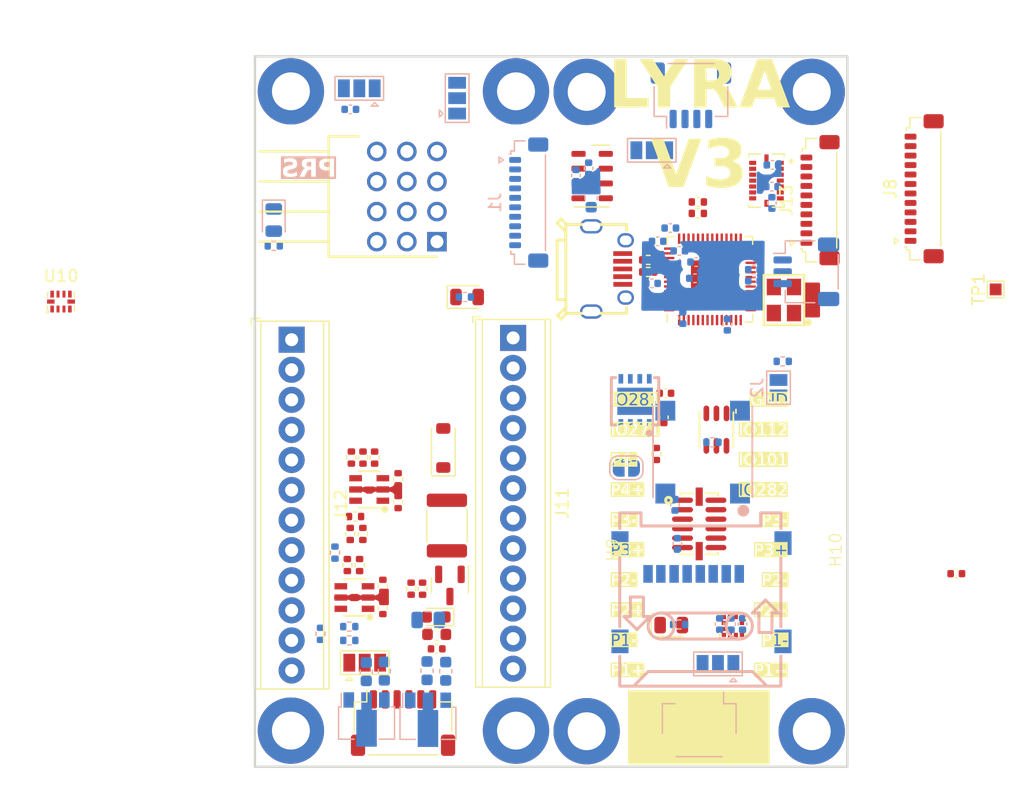
<source format=kicad_pcb>
(kicad_pcb (version 20221018) (generator pcbnew)
  (layers (0 "F.Cu" signal) (1 "In1.Cu" power) (2 "In2.Cu" power) (31 "B.Cu" signal) (34 "B.Paste" user) (35 "F.Paste" user) (36 "B.SilkS" user "B.Silkscreen") (37 "F.SilkS" user "F.Silkscreen") (38 "B.Mask" user) (39 "F.Mask" user) (44 "Edge.Cuts" user))
  (net 0 "")
  (net 1 "+12VA")
  (net 2 "GND")
  (net 3 "+3V3")
  (net 4 "+5V")
  (net 5 "/SERVO PWR")
  (net 6 "+1V1")
  (net 7 "VBUS")
  (net 8 "Net-(D2-A)")
  (net 9 "/LEDRED")
  (net 10 "/LEDGREEN")
  (net 11 "/LEDBLUE")
  (net 12 "Net-(Q1-S)")
  (net 13 "+12P")
  (net 14 "Net-(F2-Pad2)")
  (net 15 "/USB_D-")
  (net 16 "/USB_D+")
  (net 17 "+12V")
  (net 18 "/BRKOUT CS BOT")
  (net 19 "/SPI0 MOSI")
  (net 20 "/SPI0 MISO")
  (net 21 "/SPI1 PWR BOT")
  (net 22 "/P2-")
  (net 23 "/P1-")
  (net 24 "/SWCLK")
  (net 25 "/RUN")
  (net 26 "/SWD")
  (net 27 "/I2C PWR")
  (net 28 "/I2C1 SCL")
  (net 29 "/I2C1 SDA")
  (net 30 "/UART PWR")
  (net 31 "/UART0 TX")
  (net 32 "/UART0 RX")
  (net 33 "/BOOTSEL")
  (net 35 "/BUZZER")
  (net 36 "Net-(Q2B-D)")
  (net 37 "Net-(Q2A-D)")
  (net 38 "/BATT SENSE")
  (net 39 "/QSPI_SS")
  (net 40 "/RP USB_D+")
  (net 41 "/RP USB_D-")
  (net 42 "Net-(U5-CAP)")
  (net 43 "/QSPI_SD1")
  (net 44 "/QSPI_SD2")
  (net 45 "/QSPI_SDO")
  (net 46 "/QSPI_SCLK")
  (net 47 "/QSPI_SD3")
  (net 48 "/XIN")
  (net 49 "Net-(D3-A)")
  (net 51 "Net-(U7-C1)")
  (net 52 "/PYRO PWR")
  (net 53 "Net-(LED1-+-Pad4)")
  (net 54 "Net-(Q3B-D)")
  (net 55 "Net-(Q3A-D)")
  (net 67 "/P4 CONT BOT")
  (net 68 "+BATT")
  (net 69 "/P3 CONT BOT")
  (net 70 "/P4 EN BOT")
  (net 71 "/P2 CONT BOT")
  (net 72 "/P3 EN BOT")
  (net 73 "/P1 CONT BOT")
  (net 74 "/P2 EN BOT")
  (net 75 "/BATT SENSE BOT")
  (net 76 "/P1 EN BOT")
  (net 83 "Net-(D4-A)")
  (net 84 "/SD CS BOT")
  (net 85 "/LED BOT")
  (net 90 "/GPIO27 BOT")
  (net 91 "/GPIO28 BOT")
  (net 92 "/UART PWR BOT")
  (net 93 "+5VD")
  (net 100 "/P4-")
  (net 101 "/P3-")
  (net 103 "/SPI1 MOSI BOT")
  (net 104 "/SPI1 SCLK BOT")
  (net 105 "/SPI1 MISO BOT")
  (net 107 "/SPI0 CSn")
  (net 108 "/SPI0 SCK")
  (net 117 "/I2C0 SCL")
  (net 118 "/I2C0 SDA")
  (net 122 "/SERVO1 BOT")
  (net 123 "/SERVO2 BOT")
  (net 124 "/SERVO4 BOT")
  (net 125 "/SERVO3 BOT")
  (net 128 "/SERVO1")
  (net 129 "/SERVO2")
  (net 130 "/SERVO3")
  (net 131 "/SERVO4")
  (net 132 "/I2C1 SDA BOT")
  (net 133 "/I2C1 SCL BOT")
  (footprint "Diode_SMD:D_SOD-123" (layer "F.Cu") (at 174.498 92.1004 90)
    (fp_text reference "D1")
    (fp_text value "D_Small")
    (pad "1" smd roundrect (at -1.65 0 90) (size 0.9 1.2) (layers "F.Cu" "F.Paste" "F.Mask") (net 1 "+12VA"))
    (pad "2" smd roundrect (at 1.65 0 90) (size 0.9 1.2) (layers "F.Cu" "F.Paste" "F.Mask") (net 7 "VBUS"))
  )
  (footprint "SamacSys_Parts:HDRRA12W64P254_3X4_1016X254X810P" (layer "F.Cu") (at 173.9625 74.676 90)
    (fp_text reference "J10")
    (fp_text value "TSW-104-08-T-T-RA" hide)
    (pad "1" thru_hole rect (at 0 0 90) (size 1.65 1.65) (drill 1.1) (layers "*.Cu" "*.Mask") (net 122 "/SERVO1 BOT"))
    (pad "2" thru_hole circle (at 0 -2.54 90) (size 1.65 1.65) (drill 1.1) (layers "*.Cu" "*.Mask") (net 5 "/SERVO PWR"))
    (pad "3" thru_hole circle (at 0 -5.08 90) (size 1.65 1.65) (drill 1.1) (layers "*.Cu" "*.Mask") (net 2 "GND"))
    (pad "4" thru_hole circle (at 2.54 0 90) (size 1.65 1.65) (drill 1.1) (layers "*.Cu" "*.Mask") (net 123 "/SERVO2 BOT"))
    (pad "5" thru_hole circle (at 2.54 -2.54 90) (size 1.65 1.65) (drill 1.1) (layers "*.Cu" "*.Mask") (net 5 "/SERVO PWR"))
    (pad "6" thru_hole circle (at 2.54 -5.08 90) (size 1.65 1.65) (drill 1.1) (layers "*.Cu" "*.Mask") (net 2 "GND"))
    (pad "7" thru_hole circle (at 5.08 0 90) (size 1.65 1.65) (drill 1.1) (layers "*.Cu" "*.Mask") (net 125 "/SERVO3 BOT"))
    (pad "8" thru_hole circle (at 5.08 -2.54 90) (size 1.65 1.65) (drill 1.1) (layers "*.Cu" "*.Mask") (net 5 "/SERVO PWR"))
    (pad "9" thru_hole circle (at 5.08 -5.08 90) (size 1.65 1.65) (drill 1.1) (layers "*.Cu" "*.Mask") (net 2 "GND"))
    (pad "10" thru_hole circle (at 7.62 0 90) (size 1.65 1.65) (drill 1.1) (layers "*.Cu" "*.Mask") (net 124 "/SERVO4 BOT"))
    (pad "11" thru_hole circle (at 7.62 -2.54 90) (size 1.65 1.65) (drill 1.1) (layers "*.Cu" "*.Mask") (net 5 "/SERVO PWR"))
    (pad "12" thru_hole circle (at 7.62 -5.08 90) (size 1.65 1.65) (drill 1.1) (layers "*.Cu" "*.Mask") (net 2 "GND"))
  )
  (footprint "TerminalBlock_Phoenix:TerminalBlock_Phoenix_MPT-0,5-12-2.54_1x12_P2.54mm_Horizontal" (layer "F.Cu") (at 161.6964 82.9564 -90)
    (fp_text reference "J12" (at 13.97 -4.16 -90) (layer "F.SilkS"))
    (fp_text value "Screw_Terminal_01x12")
    (pad "1" thru_hole rect (at 0 0 270) (size 2.2 2.2) (drill 1.1) (layers "*.Cu" "*.Mask") (net 1 "+12VA"))
    (pad "2" thru_hole circle (at 2.54 0 270) (size 2.2 2.2) (drill 1.1) (layers "*.Cu" "*.Mask") (net 4 "+5V"))
    (pad "3" thru_hole circle (at 5.08 0 270) (size 2.2 2.2) (drill 1.1) (layers "*.Cu" "*.Mask") (net 3 "+3V3"))
    (pad "4" thru_hole circle (at 7.62 0 270) (size 2.2 2.2) (drill 1.1) (layers "*.Cu" "*.Mask") (net 2 "GND"))
    (pad "5" thru_hole circle (at 10.16 0 270) (size 2.2 2.2) (drill 1.1) (layers "*.Cu" "*.Mask") (net 100 "/P4-"))
    (pad "6" thru_hole circle (at 12.7 0 270) (size 2.2 2.2) (drill 1.1) (layers "*.Cu" "*.Mask") (net 52 "/PYRO PWR"))
    (pad "7" thru_hole circle (at 15.24 0 270) (size 2.2 2.2) (drill 1.1) (layers "*.Cu" "*.Mask") (net 101 "/P3-"))
    (pad "8" thru_hole circle (at 17.78 0 270) (size 2.2 2.2) (drill 1.1) (layers "*.Cu" "*.Mask") (net 52 "/PYRO PWR"))
    (pad "9" thru_hole circle (at 20.32 0 270) (size 2.2 2.2) (drill 1.1) (layers "*.Cu" "*.Mask") (net 22 "/P2-"))
    (pad "10" thru_hole circle (at 22.86 0 270) (size 2.2 2.2) (drill 1.1) (layers "*.Cu" "*.Mask") (net 52 "/PYRO PWR"))
    (pad "11" thru_hole circle (at 25.4 0 270) (size 2.2 2.2) (drill 1.1) (layers "*.Cu" "*.Mask") (net 23 "/P1-"))
    (pad "12" thru_hole circle (at 27.94 0 270) (size 2.2 2.2) (drill 1.1) (layers "*.Cu" "*.Mask") (net 52 "/PYRO PWR"))
  )
  (footprint "MountingHole:MountingHole_3.2mm_M3_DIN965_Pad" (layer "F.Cu") (at 161.635 61.976)
    (fp_text reference "H1")
    (fp_text value "MountingHole_Pad")
    (pad "1" thru_hole circle (at 0 0) (size 5.6 5.6) (drill 3.2) (layers "*.Cu" "*.Mask") (net 2 "GND"))
  )
  (footprint "Resistor_SMD:R_0402_1005Metric" (layer "F.Cu") (at 195.9844 72.2884)
    (fp_text reference "R14")
    (fp_text value "2k2")
    (pad "1" smd roundrect (at -0.51 0) (size 0.54 0.64) (layers "F.Cu" "F.Paste" "F.Mask") (net 3 "+3V3"))
    (pad "2" smd roundrect (at 0.51 0) (size 0.54 0.64) (layers "F.Cu" "F.Paste" "F.Mask") (net 29 "/I2C1 SDA"))
  )
  (footprint "Diode_SMD:D_0603_1608Metric" (layer "F.Cu") (at 173.8884 106.3752 180)
    (fp_text reference "FB1")
    (fp_text value "FerriteBead_Small")
    (pad "1" smd roundrect (at -0.7875 0 180) (size 0.875 0.95) (layers "F.Cu" "F.Paste" "F.Mask") (net 14 "Net-(F2-Pad2)"))
    (pad "2" smd roundrect (at 0.7875 0 180) (size 0.875 0.95) (layers "F.Cu" "F.Paste" "F.Mask") (net 1 "+12VA"))
  )
  (footprint "Resistor_SMD:R_0402_1005Metric" (layer "F.Cu") (at 170.6846 96.6744 -90)
    (fp_text reference "R12")
    (fp_text value "470R")
    (pad "1" smd roundrect (at -0.51 0 270) (size 0.54 0.64) (layers "F.Cu" "F.Paste" "F.Mask") (net 2 "GND"))
    (pad "2" smd roundrect (at 0.51 0 270) (size 0.54 0.64) (layers "F.Cu" "F.Paste" "F.Mask") (net 72 "/P3 EN BOT"))
  )
  (footprint "Package_LGA:NXP_LGA-8_3x5mm_P1.25mm_H1.1mm" (layer "F.Cu") (at 187.064 69.1342)
    (fp_text reference "U5")
    (fp_text value "MPL3115A2")
    (pad "1" smd roundrect (at -1.15 -1.875) (size 1.2 0.5) (layers "F.Cu" "F.Paste" "F.Mask") (net 3 "+3V3"))
    (pad "2" smd roundrect (at -1.15 -0.625) (size 1.2 0.5) (layers "F.Cu" "F.Paste" "F.Mask") (net 42 "Net-(U5-CAP)"))
    (pad "3" smd roundrect (at -1.15 0.625) (size 1.2 0.5) (layers "F.Cu" "F.Paste" "F.Mask") (net 2 "GND"))
    (pad "4" smd roundrect (at -1.15 1.875) (size 1.2 0.5) (layers "F.Cu" "F.Paste" "F.Mask") (net 3 "+3V3"))
    (pad "5" smd roundrect (at 1.15 1.875) (size 1.2 0.5) (layers "F.Cu" "F.Paste" "F.Mask"))
    (pad "6" smd roundrect (at 1.15 0.625) (size 1.2 0.5) (layers "F.Cu" "F.Paste" "F.Mask"))
    (pad "7" smd roundrect (at 1.15 -0.625) (size 1.2 0.5) (layers "F.Cu" "F.Paste" "F.Mask") (net 118 "/I2C0 SDA"))
    (pad "8" smd roundrect (at 1.15 -1.875) (size 1.2 0.5) (layers "F.Cu" "F.Paste" "F.Mask") (net 117 "/I2C0 SCL"))
  )
  (footprint "Capacitor_SMD:C_0603_1608Metric" (layer "F.Cu") (at 173.9392 107.8484)
    (fp_text reference "C11")
    (fp_text value "10u")
    (pad "1" smd roundrect (at -0.775 0) (size 0.9 0.95) (layers "F.Cu" "F.Paste" "F.Mask") (net 1 "+12VA"))
    (pad "2" smd roundrect (at 0.775 0) (size 0.9 0.95) (layers "F.Cu" "F.Paste" "F.Mask") (net 2 "GND"))
  )
  (footprint "Resistor_SMD:R_0402_1005Metric" (layer "F.Cu") (at 169.3962 105.6224 -90)
    (fp_text reference "R11")
    (fp_text value "470R")
    (pad "1" smd roundrect (at -0.51 0 270) (size 0.54 0.64) (layers "F.Cu" "F.Paste" "F.Mask") (net 2 "GND"))
    (pad "2" smd roundrect (at 0.51 0 270) (size 0.54 0.64) (layers "F.Cu" "F.Paste" "F.Mask") (net 76 "/P1 EN BOT"))
  )
  (footprint "Resistor_SMD:R_0402_1005Metric" (layer "F.Cu") (at 191.7954 76.2184 180)
    (fp_text reference "R22")
    (fp_text value "27R")
    (pad "1" smd roundrect (at -0.51 0 180) (size 0.54 0.64) (layers "F.Cu" "F.Paste" "F.Mask") (net 41 "/RP USB_D-"))
    (pad "2" smd roundrect (at 0.51 0 180) (size 0.54 0.64) (layers "F.Cu" "F.Paste" "F.Mask") (net 15 "/USB_D-"))
  )
  (footprint "Fuse:Fuse_1812_4532Metric" (layer "F.Cu") (at 174.8028 98.6536 90)
    (fp_text reference "F1")
    (fp_text value "2a")
    (pad "1" smd roundrect (at -2.1375 0 90) (size 1.125 3.4) (layers "F.Cu" "F.Paste" "F.Mask") (roundrect_rratio 0.222222) (net 12 "Net-(Q1-S)"))
    (pad "2" smd roundrect (at 2.1375 0 90) (size 1.125 3.4) (layers "F.Cu" "F.Paste" "F.Mask") (roundrect_rratio 0.222222) (net 13 "+12P"))
  )
  (footprint "Package_DFN_QFN:QFN-56-1EP_7x7mm_P0.4mm_EP3.2x3.2mm" (layer "F.Cu") (at 197.0038 77.8609 90)
    (fp_text reference "U8")
    (fp_text value "RP2040")
    (pad "1" smd roundrect (at -3.4375 -2.6 90) (size 0.875 0.2) (layers "F.Cu" "F.Paste" "F.Mask") (net 3 "+3V3"))
    (pad "2" smd roundrect (at -3.4375 -2.2 90) (size 0.875 0.2) (layers "F.Cu" "F.Paste" "F.Mask"))
    (pad "3" smd roundrect (at -3.4375 -1.8 90) (size 0.875 0.2) (layers "F.Cu" "F.Paste" "F.Mask"))
    (pad "4" smd roundrect (at -3.4375 -1.4 90) (size 0.875 0.2) (layers "F.Cu" "F.Paste" "F.Mask"))
    (pad "5" smd roundrect (at -3.4375 -1 90) (size 0.875 0.2) (layers "F.Cu" "F.Paste" "F.Mask"))
    (pad "6" smd roundrect (at -3.4375 -0.6 90) (size 0.875 0.2) (layers "F.Cu" "F.Paste" "F.Mask") (net 118 "/I2C0 SDA"))
    (pad "7" smd roundrect (at -3.4375 -0.2 90) (size 0.875 0.2) (layers "F.Cu" "F.Paste" "F.Mask") (net 117 "/I2C0 SCL"))
    (pad "8" smd roundrect (at -3.4375 0.2 90) (size 0.875 0.2) (layers "F.Cu" "F.Paste" "F.Mask") (net 35 "/BUZZER"))
    (pad "9" smd roundrect (at -3.4375 0.6 90) (size 0.875 0.2) (layers "F.Cu" "F.Paste" "F.Mask"))
    (pad "10" smd roundrect (at -3.4375 1 90) (size 0.875 0.2) (layers "F.Cu" "F.Paste" "F.Mask") (net 3 "+3V3"))
    (pad "11" smd roundrect (at -3.4375 1.4 90) (size 0.875 0.2) (layers "F.Cu" "F.Paste" "F.Mask"))
    (pad "12" smd roundrect (at -3.4375 1.8 90) (size 0.875 0.2) (layers "F.Cu" "F.Paste" "F.Mask") (net 9 "/LEDRED"))
    (pad "13" smd roundrect (at -3.4375 2.2 90) (size 0.875 0.2) (layers "F.Cu" "F.Paste" "F.Mask") (net 10 "/LEDGREEN"))
    (pad "14" smd roundrect (at -3.4375 2.6 90) (size 0.875 0.2) (layers "F.Cu" "F.Paste" "F.Mask") (net 11 "/LEDBLUE"))
    (pad "15" smd roundrect (at -2.6 3.4375 90) (size 0.2 0.875) (layers "F.Cu" "F.Paste" "F.Mask") (net 128 "/SERVO1"))
    (pad "16" smd roundrect (at -2.2 3.4375 90) (size 0.2 0.875) (layers "F.Cu" "F.Paste" "F.Mask") (net 129 "/SERVO2"))
    (pad "17" smd roundrect (at -1.8 3.4375 90) (size 0.2 0.875) (layers "F.Cu" "F.Paste" "F.Mask") (net 130 "/SERVO3"))
    (pad "18" smd roundrect (at -1.4 3.4375 90) (size 0.2 0.875) (layers "F.Cu" "F.Paste" "F.Mask") (net 131 "/SERVO4"))
    (pad "19" smd roundrect (at -1 3.4375 90) (size 0.2 0.875) (layers "F.Cu" "F.Paste" "F.Mask") (net 2 "GND"))
    (pad "20" smd roundrect (at -0.6 3.4375 90) (size 0.2 0.875) (layers "F.Cu" "F.Paste" "F.Mask") (net 48 "/XIN"))
    (pad "21" smd roundrect (at -0.2 3.4375 90) (size 0.2 0.875) (layers "F.Cu" "F.Paste" "F.Mask"))
    (pad "22" smd roundrect (at 0.2 3.4375 90) (size 0.2 0.875) (layers "F.Cu" "F.Paste" "F.Mask") (net 3 "+3V3"))
    (pad "23" smd roundrect (at 0.6 3.4375 90) (size 0.2 0.875) (layers "F.Cu" "F.Paste" "F.Mask") (net 6 "+1V1"))
    (pad "24" smd roundrect (at 1 3.4375 90) (size 0.2 0.875) (layers "F.Cu" "F.Paste" "F.Mask") (net 24 "/SWCLK"))
    (pad "25" smd roundrect (at 1.4 3.4375 90) (size 0.2 0.875) (layers "F.Cu" "F.Paste" "F.Mask") (net 26 "/SWD"))
    (pad "26" smd roundrect (at 1.8 3.4375 90) (size 0.2 0.875) (layers "F.Cu" "F.Paste" "F.Mask") (net 25 "/RUN"))
    (pad "27" smd roundrect (at 2.2 3.4375 90) (size 0.2 0.875) (layers "F.Cu" "F.Paste" "F.Mask") (net 31 "/UART0 TX"))
    (pad "28" smd roundrect (at 2.6 3.4375 90) (size 0.2 0.875) (layers "F.Cu" "F.Paste" "F.Mask") (net 32 "/UART0 RX"))
    (pad "29" smd roundrect (at 3.4375 2.6 90) (size 0.875 0.2) (layers "F.Cu" "F.Paste" "F.Mask") (net 108 "/SPI0 SCK"))
    (pad "30" smd roundrect (at 3.4375 2.2 90) (size 0.875 0.2) (layers "F.Cu" "F.Paste" "F.Mask") (net 20 "/SPI0 MISO"))
    (pad "31" smd roundrect (at 3.4375 1.8 90) (size 0.875 0.2) (layers "F.Cu" "F.Paste" "F.Mask") (net 19 "/SPI0 MOSI"))
    (pad "32" smd roundrect (at 3.4375 1.4 90) (size 0.875 0.2) (layers "F.Cu" "F.Paste" "F.Mask") (net 107 "/SPI0 CSn"))
    (pad "33" smd roundrect (at 3.4375 1 90) (size 0.875 0.2) (layers "F.Cu" "F.Paste" "F.Mask") (net 3 "+3V3"))
    (pad "34" smd roundrect (at 3.4375 0.6 90) (size 0.875 0.2) (layers "F.Cu" "F.Paste" "F.Mask") (net 29 "/I2C1 SDA"))
    (pad "35" smd roundrect (at 3.4375 0.2 90) (size 0.875 0.2) (layers "F.Cu" "F.Paste" "F.Mask") (net 28 "/I2C1 SCL"))
    (pad "36" smd roundrect (at 3.4375 -0.2 90) (size 0.875 0.2) (layers "F.Cu" "F.Paste" "F.Mask"))
    (pad "37" smd roundrect (at 3.4375 -0.6 90) (size 0.875 0.2) (layers "F.Cu" "F.Paste" "F.Mask"))
    (pad "38" smd roundrect (at 3.4375 -1 90) (size 0.875 0.2) (layers "F.Cu" "F.Paste" "F.Mask"))
    (pad "39" smd roundrect (at 3.4375 -1.4 90) (size 0.875 0.2) (layers "F.Cu" "F.Paste" "F.Mask"))
    (pad "40" smd roundrect (at 3.4375 -1.8 90) (size 0.875 0.2) (layers "F.Cu" "F.Paste" "F.Mask"))
    (pad "41" smd roundrect (at 3.4375 -2.2 90) (size 0.875 0.2) (layers "F.Cu" "F.Paste" "F.Mask") (net 38 "/BATT SENSE"))
    (pad "42" smd roundrect (at 3.4375 -2.6 90) (size 0.875 0.2) (layers "F.Cu" "F.Paste" "F.Mask") (net 3 "+3V3"))
    (pad "43" smd roundrect (at 2.6 -3.4375 90) (size 0.2 0.875) (layers "F.Cu" "F.Paste" "F.Mask") (net 3 "+3V3"))
    (pad "44" smd roundrect (at 2.2 -3.4375 90) (size 0.2 0.875) (layers "F.Cu" "F.Paste" "F.Mask") (net 3 "+3V3"))
    (pad "45" smd roundrect (at 1.8 -3.4375 90) (size 0.2 0.875) (layers "F.Cu" "F.Paste" "F.Mask") (net 6 "+1V1"))
    (pad "46" smd roundrect (at 1.4 -3.4375 90) (size 0.2 0.875) (layers "F.Cu" "F.Paste" "F.Mask") (net 41 "/RP USB_D-"))
    (pad "47" smd roundrect (at 1 -3.4375 90) (size 0.2 0.875) (layers "F.Cu" "F.Paste" "F.Mask") (net 40 "/RP USB_D+"))
    (pad "48" smd roundrect (at 0.6 -3.4375 90) (size 0.2 0.875) (layers "F.Cu" "F.Paste" "F.Mask") (net 3 "+3V3"))
    (pad "49" smd roundrect (at 0.2 -3.4375 90) (size 0.2 0.875) (layers "F.Cu" "F.Paste" "F.Mask") (net 3 "+3V3"))
    (pad "50" smd roundrect (at -0.2 -3.4375 90) (size 0.2 0.875) (layers "F.Cu" "F.Paste" "F.Mask") (net 6 "+1V1"))
    (pad "51" smd roundrect (at -0.6 -3.4375 90) (size 0.2 0.875) (layers "F.Cu" "F.Paste" "F.Mask") (net 47 "/QSPI_SD3"))
    (pad "52" smd roundrect (at -1 -3.4375 90) (size 0.2 0.875) (layers "F.Cu" "F.Paste" "F.Mask") (net 46 "/QSPI_SCLK"))
    (pad "53" smd roundrect (at -1.4 -3.4375 90) (size 0.2 0.875) (layers "F.Cu" "F.Paste" "F.Mask") (net 45 "/QSPI_SDO"))
    (pad "54" smd roundrect (at -1.8 -3.4375 90) (size 0.2 0.875) (layers "F.Cu" "F.Paste" "F.Mask") (net 44 "/QSPI_SD2"))
    (pad "55" smd roundrect (at -2.2 -3.4375 90) (size 0.2 0.875) (layers "F.Cu" "F.Paste" "F.Mask") (net 43 "/QSPI_SD1"))
    (pad "56" smd roundrect (at -2.6 -3.4375 90) (size 0.2 0.875) (layers "F.Cu" "F.Paste" "F.Mask") (net 39 "/QSPI_SS"))
    (pad "57" smd rect (at 0 0 90) (size 3.2 3.2) (layers "F.Cu" "F.Mask") (net 2 "GND"))
  )
  (footprint "MountingHole:MountingHole_3.2mm_M3_DIN965_Pad" (layer "F.Cu") (at 186.6 116.025)
    (fp_text reference "H7")
    (fp_text value "MountingHole_Pad")
    (pad "1" thru_hole circle (at 0 0) (size 5.6 5.6) (drill 3.2) (layers "*.Cu" "*.Mask") (net 2 "GND"))
  )
  (footprint "Resistor_SMD:R_0402_1005Metric" (layer "F.Cu") (at 192.4812 92.6084 -90)
    (fp_text reference "R26")
    (fp_text value "1k")
    (pad "1" smd roundrect (at -0.51 0 270) (size 0.54 0.64) (layers "F.Cu" "F.Paste" "F.Mask") (net 39 "/QSPI_SS"))
    (pad "2" smd roundrect (at 0.51 0 270) (size 0.54 0.64) (layers "F.Cu" "F.Paste" "F.Mask") (net 33 "/BOOTSEL"))
  )
  (footprint "Capacitor_SMD:C_0402_1005Metric" (layer "F.Cu") (at 193.1188 89.5096 -90)
    (fp_text reference "C31")
    (fp_text value "2u2")
    (pad "1" smd roundrect (at -0.48 0 270) (size 0.56 0.62) (layers "F.Cu" "F.Paste" "F.Mask") (net 3 "+3V3"))
    (pad "2" smd roundrect (at 0.48 0 270) (size 0.56 0.62) (layers "F.Cu" "F.Paste" "F.Mask") (net 2 "GND"))
  )
  (footprint "LED_SMD:LED_0805_2012Metric" (layer "F.Cu") (at 176.5069 79.3496)
    (fp_text reference "D4")
    (fp_text value "LED")
    (pad "1" smd roundrect (at -0.9375 0) (size 0.975 1.4) (layers "F.Cu" "F.Paste" "F.Mask") (net 2 "GND"))
    (pad "2" smd roundrect (at 0.9375 0) (size 0.975 1.4) (layers "F.Cu" "F.Paste" "F.Mask") (net 83 "Net-(D4-A)"))
  )
  (footprint "easyeda2kicad:LED-SMD_6P-L2.7-W2.8-TL" (layer "F.Cu") (at 197.5528 90.551 -90)
    (fp_text reference "LED1")
    (fp_text value "FM-Z2727RGBA-SH")
    (pad "1" smd oval (at -1.37 -0.85 180) (size 0.48 1.33) (layers "F.Cu" "F.Paste" "F.Mask") (net 11 "/LEDBLUE"))
    (pad "2" smd oval (at -1.37 0 180) (size 0.48 1.33) (layers "F.Cu" "F.Paste" "F.Mask") (net 10 "/LEDGREEN"))
    (pad "3" smd oval (at -1.37 0.85 180) (size 0.48 1.33) (layers "F.Cu" "F.Paste" "F.Mask") (net 9 "/LEDRED"))
    (pad "4" smd oval (at 1.37 0.85 180) (size 0.48 1.33) (layers "F.Cu" "F.Paste" "F.Mask") (net 53 "Net-(LED1-+-Pad4)"))
    (pad "5" smd oval (at 1.37 0 180) (size 0.48 1.33) (layers "F.Cu" "F.Paste" "F.Mask") (net 53 "Net-(LED1-+-Pad4)"))
    (pad "6" smd oval (at 1.37 -0.85 180) (size 0.48 1.33) (layers "F.Cu" "F.Paste" "F.Mask") (net 53 "Net-(LED1-+-Pad4)"))
  )
  (footprint "Connector_JST:JST_SH_SM06B-SRSS-TB_1x06-1MP_P1.00mm_Horizontal" (layer "F.Cu") (at 171.1 115.3348)
    (fp_text reference "J7")
    (fp_text value "Conn_02x03_Odd_Even")
    (pad "1" smd roundrect (at -2.5 -2) (size 0.6 1.55) (layers "F.Cu" "F.Paste" "F.Mask") (net 21 "/SPI1 PWR BOT"))
    (pad "2" smd roundrect (at -1.5 -2) (size 0.6 1.55) (layers "F.Cu" "F.Paste" "F.Mask") (net 104 "/SPI1 SCLK BOT"))
    (pad "3" smd roundrect (at -0.5 -2) (size 0.6 1.55) (layers "F.Cu" "F.Paste" "F.Mask") (net 103 "/SPI1 MOSI BOT"))
    (pad "4" smd roundrect (at 0.5 -2) (size 0.6 1.55) (layers "F.Cu" "F.Paste" "F.Mask") (net 105 "/SPI1 MISO BOT"))
    (pad "5" smd roundrect (at 1.5 -2) (size 0.6 1.55) (layers "F.Cu" "F.Paste" "F.Mask") (net 2 "GND"))
    (pad "6" smd roundrect (at 2.5 -2) (size 0.6 1.55) (layers "F.Cu" "F.Paste" "F.Mask") (net 18 "/BRKOUT CS BOT"))
    (pad "MP" smd roundrect (at -3.8 1.875) (size 1.2 1.8) (layers "F.Cu" "F.Paste" "F.Mask") (roundrect_rratio 0.208333))
    (pad "MP" smd roundrect (at 3.8 1.875) (size 1.2 1.8) (layers "F.Cu" "F.Paste" "F.Mask") (roundrect_rratio 0.208333))
  )
  (footprint "easyeda2kicad:X2QFN-10_L2.0-W1.5-P0.50-BL" (layer "F.Cu") (at 142.228 79.7356)
    (fp_text reference "U10" (at 0.012 -2.164) (layer "F.SilkS"))
    (fp_text value "ADS1015IDGS")
    (pad "1" smd rect (at -0.75 0.63) (size 0.3 0.58) (layers "F.Cu" "F.Paste" "F.Mask") (net 2 "GND"))
    (pad "2" smd rect (at -0.25 0.63) (size 0.25 0.58) (layers "F.Cu" "F.Paste" "F.Mask"))
    (pad "3" smd rect (at 0.25 0.63) (size 0.25 0.58) (layers "F.Cu" "F.Paste" "F.Mask") (net 2 "GND"))
    (pad "4" smd rect (at 0.75 0.63) (size 0.3 0.58) (layers "F.Cu" "F.Paste" "F.Mask"))
    (pad "5" smd rect (at 0.86 0 90) (size 0.35 0.63) (layers "F.Cu" "F.Paste" "F.Mask"))
    (pad "6" smd rect (at 0.75 -0.63) (size 0.3 0.58) (layers "F.Cu" "F.Paste" "F.Mask"))
    (pad "7" smd rect (at 0.25 -0.63) (size 0.25 0.58) (layers "F.Cu" "F.Paste" "F.Mask"))
    (pad "8" smd rect (at -0.25 -0.63) (size 0.25 0.58) (layers "F.Cu" "F.Paste" "F.Mask") (net 3 "+3V3"))
    (pad "9" smd rect (at -0.75 -0.63) (size 0.3 0.58) (layers "F.Cu" "F.Paste" "F.Mask") (net 132 "/I2C1 SDA BOT"))
    (pad "10" smd rect (at -0.86 0 90) (size 0.35 0.63) (layers "F.Cu" "F.Paste" "F.Mask") (net 133 "/I2C1 SCL BOT"))
  )
  (footprint "Resistor_SMD:R_0402_1005Metric" (layer "F.Cu") (at 171.7838 103.9876 -90)
    (fp_text reference "R3")
    (fp_text value "6k")
    (pad "1" smd roundrect (at -0.51 0 270) (size 0.54 0.64) (layers "F.Cu" "F.Paste" "F.Mask") (net 75 "/BATT SENSE BOT"))
    (pad "2" smd roundrect (at 0.51 0 270) (size 0.54 0.64) (layers "F.Cu" "F.Paste" "F.Mask") (net 2 "GND"))
  )
  (footprint "easyeda2kicad:OSC-SMD_4P-L3.2-W2.5-BL_SIT8008BI" (layer "F.Cu") (at 203.2508 79.6036 90)
    (fp_text reference "X1")
    (fp_text value "S3D12.288000B20F30T")
    (pad "1" smd rect (at -1.1 0.85 90) (size 1.4 1.2) (layers "F.Cu" "F.Paste" "F.Mask") (net 3 "+3V3"))
    (pad "2" smd rect (at 1.1 0.85 90) (size 1.4 1.2) (layers "F.Cu" "F.Paste" "F.Mask") (net 2 "GND"))
    (pad "3" smd rect (at 1.1 -0.85 90) (size 1.4 1.2) (layers "F.Cu" "F.Paste" "F.Mask") (net 48 "/XIN"))
    (pad "4" smd rect (at -1.1 -0.85 90) (size 1.4 1.2) (layers "F.Cu" "F.Paste" "F.Mask") (net 3 "+3V3"))
  )
  (footprint "Resistor_SMD:R_0402_1005Metric" (layer "F.Cu") (at 167.0508 97.8916)
    (fp_text reference "R6")
    (fp_text value "10R")
    (pad "1" smd roundrect (at -0.51 0) (size 0.54 0.64) (layers "F.Cu" "F.Paste" "F.Mask") (net 101 "/P3-"))
    (pad "2" smd roundrect (at 0.51 0) (size 0.54 0.64) (layers "F.Cu" "F.Paste" "F.Mask") (net 55 "Net-(Q3A-D)"))
  )
  (footprint "Resistor_SMD:R_0402_1005Metric" (layer "F.Cu") (at 170.6846 94.742 90)
    (fp_text reference "R24")
    (fp_text value "470R")
    (pad "1" smd roundrect (at -0.51 0 90) (size 0.54 0.64) (layers "F.Cu" "F.Paste" "F.Mask") (net 2 "GND"))
    (pad "2" smd roundrect (at 0.51 0 90) (size 0.54 0.64) (layers "F.Cu" "F.Paste" "F.Mask") (net 70 "/P4 EN BOT"))
  )
  (footprint "Package_TO_SOT_SMD:SOT-23" (layer "F.Cu") (at 175.0568 103.7105 -90)
    (fp_text reference "Q1")
    (fp_text value "AO3401A")
    (pad "1" smd roundrect (at -0.9375 -0.95 270) (size 1.475 0.6) (layers "F.Cu" "F.Paste" "F.Mask") (net 2 "GND"))
    (pad "2" smd roundrect (at -0.9375 0.95 270) (size 1.475 0.6) (layers "F.Cu" "F.Paste" "F.Mask") (net 12 "Net-(Q1-S)"))
    (pad "3" smd roundrect (at 0.9375 0 270) (size 1.475 0.6) (layers "F.Cu" "F.Paste" "F.Mask") (net 17 "+12V"))
  )
  (footprint "easyeda2kicad:MICRO-USB-SMD_U254-051T-4BHJ25-F2S" (layer "F.Cu") (at 188.4404 76.9804 -90)
    (fp_text reference "J6")
    (fp_text value "USB_B_Micro")
    (pad "1" smd rect (at -1.3 -1.2 270) (size 0.4 1.6) (layers "F.Cu" "F.Paste" "F.Mask"))
    (pad "2" smd rect (at -0.65 -1.2 270) (size 0.4 1.6) (layers "F.Cu" "F.Paste" "F.Mask") (net 15 "/USB_D-"))
    (pad "3" smd rect (at 0 -1.2 270) (size 0.4 1.6) (layers "F.Cu" "F.Paste" "F.Mask") (net 16 "/USB_D+"))
    (pad "4" smd rect (at 0.65 -1.2 270) (size 0.4 1.6) (layers "F.Cu" "F.Paste" "F.Mask"))
    (pad "5" smd rect (at 1.3 -1.21 270) (size 0.4 1.6) (layers "F.Cu" "F.Paste" "F.Mask") (net 2 "GND"))
    (pad "6" thru_hole oval (at 2.42 -1.45 270) (size 1.2 1.4) (drill oval 0.799998 0.999998) (layers "*.Cu" "*.Mask"))
    (pad "7" thru_hole oval (at -2.42 -1.45 270) (size 1.2 1.4) (drill oval 0.799998 0.999998) (layers "*.Cu" "*.Mask"))
    (pad "8" thru_hole oval (at -3.6 1.45 270) (size 1.2 1.9) (drill oval 0.799998 1.499997) (layers "*.Cu" "*.Mask"))
    (pad "9" thru_hole oval (at 3.6 1.45 270) (size 1.2 1.9) (drill oval 0.799998 1.499997) (layers "*.Cu" "*.Mask"))
  )
  (footprint "Resistor_SMD:R_0402_1005Metric" (layer "F.Cu") (at 172.749 103.9876 90)
    (fp_text reference "R2")
    (fp_text value "20k")
    (pad "1" smd roundrect (at -0.51 0 90) (size 0.54 0.64) (layers "F.Cu" "F.Paste" "F.Mask") (net 17 "+12V"))
    (pad "2" smd roundrect (at 0.51 0 90) (size 0.54 0.64) (layers "F.Cu" "F.Paste" "F.Mask") (net 75 "/BATT SENSE BOT"))
  )
  (footprint "Capacitor_SMD:C_0402_1005Metric" (layer "F.Cu") (at 193.2432 87.4776)
    (fp_text reference "C32")
    (fp_text value "100n")
    (pad "1" smd roundrect (at -0.48 0) (size 0.56 0.62) (layers "F.Cu" "F.Paste" "F.Mask") (net 3 "+3V3"))
    (pad "2" smd roundrect (at 0.48 0) (size 0.56 0.62) (layers "F.Cu" "F.Paste" "F.Mask") (net 2 "GND"))
  )
  (footprint "SnapEDA Library:PQFN50P450X300X100-16N" (layer "F.Cu") (at 201.7776 69.5187 -90)
    (fp_text reference "U4")
    (fp_text value "BMI088")
    (pad "1" smd rect (at -1.5 -1.165 180) (size 0.59 0.35) (layers "F.Cu" "F.Paste" "F.Mask"))
    (pad "2" smd rect (at -1 -1.165 180) (size 0.59 0.35) (layers "F.Cu" "F.Paste" "F.Mask"))
    (pad "3" smd rect (at -0.5 -1.165 180) (size 0.59 0.35) (layers "F.Cu" "F.Paste" "F.Mask") (net 3 "+3V3"))
    (pad "4" smd rect (at 0 -1.165 180) (size 0.59 0.35) (layers "F.Cu" "F.Paste" "F.Mask") (net 2 "GND"))
    (pad "5" smd rect (at 0.5 -1.165 180) (size 0.59 0.35) (layers "F.Cu" "F.Paste" "F.Mask"))
    (pad "6" smd rect (at 1 -1.165 180) (size 0.59 0.35) (layers "F.Cu" "F.Paste" "F.Mask") (net 2 "GND"))
    (pad "7" smd rect (at 1.5 -1.165 180) (size 0.59 0.35) (layers "F.Cu" "F.Paste" "F.Mask") (net 3 "+3V3"))
    (pad "8" smd rect (at 1.915 0 90) (size 0.59 0.35) (layers "F.Cu" "F.Paste" "F.Mask") (net 117 "/I2C0 SCL"))
    (pad "9" smd rect (at 1.5 1.165) (size 0.59 0.35) (layers "F.Cu" "F.Paste" "F.Mask") (net 118 "/I2C0 SDA"))
    (pad "10" smd rect (at 1 1.165) (size 0.59 0.35) (layers "F.Cu" "F.Paste" "F.Mask") (net 2 "GND"))
    (pad "11" smd rect (at 0.5 1.165) (size 0.59 0.35) (layers "F.Cu" "F.Paste" "F.Mask") (net 3 "+3V3"))
    (pad "12" smd rect (at 0 1.165) (size 0.59 0.35) (layers "F.Cu" "F.Paste" "F.Mask"))
    (pad "13" smd rect (at -0.5 1.165) (size 0.59 0.35) (layers "F.Cu" "F.Paste" "F.Mask"))
    (pad "14" smd rect (at -1 1.165) (size 0.59 0.35) (layers "F.Cu" "F.Paste" "F.Mask") (net 3 "+3V3"))
    (pad "15" smd rect (at -1.5 1.165) (size 0.59 0.35) (layers "F.Cu" "F.Paste" "F.Mask") (net 2 "GND"))
    (pad "16" smd rect (at -1.915 0 270) (size 0.59 0.35) (layers "F.Cu" "F.Paste" "F.Mask"))
  )
  (footprint "TestPoint:TestPoint_Pad_1.0x1.0mm" (layer "F.Cu") (at 221.120247 78.7084 90)
    (fp_text reference "TP1" (at 0 -1.448 90) (layer "F.SilkS"))
    (fp_text value "TestPoint")
    (pad "1" smd rect (at 0 0 90) (size 1 1) (layers "F.Cu" "F.Mask") (net 90 "/GPIO27 BOT"))
  )
  (footprint "MountingHole:MountingHole_3.2mm_M3_DIN965_Pad" (layer "F.Cu") (at 186.6 62.025)
    (fp_text reference "H5")
    (fp_text value "MountingHole_Pad")
    (pad "1" thru_hole circle (at 0 0) (size 5.6 5.6) (drill 3.2) (layers "*.Cu" "*.Mask") (net 2 "GND"))
  )
  (footprint "customfootprints:1x10 2.54mm pitch acess hole" (layer "F.Cu") (at 208.117 100.711 90)
    (fp_text reference "H10" (at 0 -0.5 90 unlocked) (layer "F.SilkS") (effects (font (thickness 0.1))))
    (fp_text value "Access Hole")
    (pad "" np_thru_hole circle (at -10.16 -2.54 90) (size 2.2 2.2) (drill 2.2) (layers "F&B.Cu" "*.Mask"))
    (pad "" np_thru_hole circle (at -7.62 -2.54 90) (size 2.2 2.2) (drill 2.2) (layers "F&B.Cu" "*.Mask"))
    (pad "" np_thru_hole circle (at -5.08 -2.54 90) (size 2.2 2.2) (drill 2.2) (layers "F&B.Cu" "*.Mask"))
    (pad "" np_thru_hole circle (at -2.54 -2.54 90) (size 2.2 2.2) (drill 2.2) (layers "F&B.Cu" "*.Mask"))
    (pad "" np_thru_hole circle (at 0 -2.54 90) (size 2.2 2.2) (drill 2.2) (layers "F&B.Cu" "*.Mask"))
    (pad "" np_thru_hole circle (at 2.54 -2.54 90) (size 2.2 2.2) (drill 2.2) (layers "F&B.Cu" "*.Mask"))
    (pad "" np_thru_hole circle (at 5.08 -2.54 90) (size 2.2 2.2) (drill 2.2) (layers "F&B.Cu" "*.Mask"))
    (pad "" np_thru_hole circle (at 7.62 -2.54 90) (size 2.2 2.2) (drill 2.2) (layers "F&B.Cu" "*.Mask"))
    (pad "" np_thru_hole circle (at 10.16 -2.54 90) (size 2.2 2.2) (drill 2.2) (layers "F&B.Cu" "*.Mask"))
    (pad "" np_thru_hole circle (at 12.7 -2.54 90) (size 2.2 2.2) (drill 2.2) (layers "F&B.Cu" "*.Mask"))
    (pad "" np_thru_hole circle (at 15.24 -2.54 90) (size 2.2 2.2) (drill 2.2) (layers "F&B.Cu" "*.Mask"))
    (pad "" np_thru_hole circle (at 17.78 -2.54 90) (size 2.2 2.2) (drill 2.2) (layers "F&B.Cu" "*.Mask"))
  )
  (footprint "easyeda2kicad:LGA-14_L5.0-W3.0-P0.80-BL" (layer "F.Cu") (at 196.1 98.5152 -90)
    (fp_text reference "U6")
    (fp_text value "ADXL375BCCZ-RL7")
    (pad "1" smd oval (at -2 1.41 270) (size 0.45 1.77) (layers "F.Cu" "F.Paste" "F.Mask") (net 3 "+3V3"))
    (pad "2" smd oval (at -1.2 1.41 270) (size 0.45 1.77) (layers "F.Cu" "F.Paste" "F.Mask") (net 2 "GND"))
    (pad "3" smd oval (at -0.4 1.41 270) (size 0.45 1.77) (layers "F.Cu" "F.Paste" "F.Mask") (net 3 "+3V3"))
    (pad "4" smd oval (at 0.4 1.41 270) (size 0.45 1.77) (layers "F.Cu" "F.Paste" "F.Mask") (net 2 "GND"))
    (pad "5" smd oval (at 1.2 1.41 270) (size 0.45 1.77) (layers "F.Cu" "F.Paste" "F.Mask") (net 2 "GND"))
    (pad "6" smd oval (at 2 1.41 270) (size 0.45 1.77) (layers "F.Cu" "F.Paste" "F.Mask") (net 3 "+3V3"))
    (pad "7" smd rect (at 2.3 0 270) (size 1.55 0.6) (layers "F.Cu" "F.Paste" "F.Mask") (net 3 "+3V3"))
    (pad "8" smd oval (at 2 -1.41 270) (size 0.45 1.77) (layers "F.Cu" "F.Paste" "F.Mask"))
    (pad "9" smd oval (at 1.2 -1.41 270) (size 0.45 1.77) (layers "F.Cu" "F.Paste" "F.Mask"))
    (pad "10" smd oval (at 0.4 -1.41 270) (size 0.45 1.77) (layers "F.Cu" "F.Paste" "F.Mask"))
    (pad "11" smd oval (at -0.4 -1.41 270) (size 0.45 1.77) (layers "F.Cu" "F.Paste" "F.Mask") (net 2 "GND"))
    (pad "12" smd oval (at -1.2 -1.41 270) (size 0.45 1.77) (layers "F.Cu" "F.Paste" "F.Mask") (net 2 "GND"))
    (pad "13" smd oval (at -2 -1.41 270) (size 0.45 1.77) (layers "F.Cu" "F.Paste" "F.Mask") (net 118 "/I2C0 SDA"))
    (pad "14" smd rect (at -2.3 0 270) (size 1.55 0.6) (layers "F.Cu" "F.Paste" "F.Mask") (net 117 "/I2C0 SCL"))
  )
  (footprint "Resistor_SMD:R_0402_1005Metric" (layer "F.Cu") (at 169.3962 103.7428 90)
    (fp_text reference "R23")
    (fp_text value "470R")
    (pad "1" smd roundrect (at -0.51 0 90) (size 0.54 0.64) (layers "F.Cu" "F.Paste" "F.Mask") (net 2 "GND"))
    (pad "2" smd roundrect (at 0.51 0 90) (size 0.54 0.64) (layers "F.Cu" "F.Paste" "F.Mask") (net 74 "/P2 EN BOT"))
  )
  (footprint "Capacitor_SMD:C_0402_1005Metric" (layer "F.Cu") (at 217.8024 102.7176 180)
    (fp_text reference "C34")
    (fp_text value "1u")
    (pad "1" smd roundrect (at -0.48 0 180) (size 0.56 0.62) (layers "F.Cu" "F.Paste" "F.Mask") (net 2 "GND"))
    (pad "2" smd roundrect (at 0.48 0 180) (size 0.56 0.62) (layers "F.Cu" "F.Paste" "F.Mask") (net 3 "+3V3"))
  )
  (footprint "Resistor_SMD:R_0402_1005Metric" (layer "F.Cu") (at 166.739 92.9112 -90)
    (fp_text reference "R16")
    (fp_text value "10R")
    (pad "1" smd roundrect (at -0.51 0 270) (size 0.54 0.64) (layers "F.Cu" "F.Paste" "F.Mask") (net 100 "/P4-"))
    (pad "2" smd roundrect (at 0.51 0 270) (size 0.54 0.64) (layers "F.Cu" "F.Paste" "F.Mask") (net 54 "Net-(Q3B-D)"))
  )
  (footprint "MountingHole:MountingHole_3.2mm_M3_DIN965_Pad" (layer "F.Cu") (at 180.635 115.976)
    (fp_text reference "H4")
    (fp_text value "MountingHole_Pad")
    (pad "1" thru_hole circle (at 0 0) (size 5.6 5.6) (drill 3.2) (layers "*.Cu" "*.Mask") (net 2 "GND"))
  )
  (footprint "LED_SMD:LED_0805_2012Metric" (layer "F.Cu") (at 193.7406 107.061)
    (fp_text reference "D3")
    (fp_text value "LED")
    (pad "1" smd roundrect (at -0.9375 0) (size 0.975 1.4) (layers "F.Cu" "F.Paste" "F.Mask") (net 2 "GND"))
    (pad "2" smd roundrect (at 0.9375 0) (size 0.975 1.4) (layers "F.Cu" "F.Paste" "F.Mask") (net 49 "Net-(D3-A)"))
  )
  (footprint "Capacitor_SMD:C_0402_1005Metric" (layer "F.Cu") (at 173.9392 109.0676)
    (fp_text reference "C12")
    (fp_text value "1u")
    (pad "1" smd roundrect (at -0.48 0) (size 0.56 0.62) (layers "F.Cu" "F.Paste" "F.Mask") (net 1 "+12VA"))
    (pad "2" smd roundrect (at 0.48 0) (size 0.56 0.62) (layers "F.Cu" "F.Paste" "F.Mask") (net 2 "GND"))
  )
  (footprint "Connector_JST:JST_SUR_SM12B-SURS-TF_1x12-1MP_P0.80mm_Horizontal" (layer "F.Cu") (at 215.0872 70.2056 90)
    (fp_text reference "J8" (at 0 -2.85 90) (layer "F.SilkS"))
    (fp_text value "Conn_01x12")
    (pad "1" smd roundrect (at -4.4 -1.15 90) (size 0.5 1) (layers "F.Cu" "F.Paste" "F.Mask"))
    (pad "2" smd roundrect (at -3.6 -1.15 90) (size 0.5 1) (layers "F.Cu" "F.Paste" "F.Mask"))
    (pad "3" smd roundrect (at -2.8 -1.15 90) (size 0.5 1) (layers "F.Cu" "F.Paste" "F.Mask"))
    (pad "4" smd roundrect (at -2 -1.15 90) (size 0.5 1) (layers "F.Cu" "F.Paste" "F.Mask"))
    (pad "5" smd roundrect (at -1.2 -1.15 90) (size 0.5 1) (layers "F.Cu" "F.Paste" "F.Mask"))
    (pad "6" smd roundrect (at -0.4 -1.15 90) (size 0.5 1) (layers "F.Cu" "F.Paste" "F.Mask"))
    (pad "7" smd roundrect (at 0.4 -1.15 90) (size 0.5 1) (layers "F.Cu" "F.Paste" "F.Mask"))
    (pad "8" smd roundrect (at 1.2 -1.15 90) (size 0.5 1) (layers "F.Cu" "F.Paste" "F.Mask"))
    (pad "9" smd roundrect (at 2 -1.15 90) (size 0.5 1) (layers "F.Cu" "F.Paste" "F.Mask"))
    (pad "10" smd roundrect (at 2.8 -1.15 90) (size 0.5 1) (layers "F.Cu" "F.Paste" "F.Mask"))
    (pad "11" smd roundrect (at 3.6 -1.15 90) (size 0.5 1) (layers "F.Cu" "F.Paste" "F.Mask"))
    (pad "12" smd roundrect (at 4.4 -1.15 90) (size 0.5 1) (layers "F.Cu" "F.Paste" "F.Mask"))
    (pad "MP" smd roundrect (at -5.7 0.8 90) (size 1.2 1.7) (layers "F.Cu" "F.Paste" "F.Mask") (roundrect_rratio 0.208333))
    (pad "MP" smd roundrect (at 5.7 0.8 90) (size 1.2 1.7) (layers "F.Cu" "F.Paste" "F.Mask") (roundrect_rratio 0.208333))
  )
  (footprint "easyeda2kicad:SOT-23-6_L2.9-W1.6-P0.95-LS2.8-BL" (layer "F.Cu") (at 166.998 104.7344 90)
    (fp_text reference "Q2")
    (fp_text value "KY6802")
    (pad "1" smd rect (at -0.95 1.15 90) (size 0.53 1.07) (layers "F.Cu" "F.Paste" "F.Mask") (net 76 "/P1 EN BOT"))
    (pad "2" smd rect (at 0 1.15 90) (size 0.53 1.07) (layers "F.Cu" "F.Paste" "F.Mask") (net 2 "GND"))
    (pad "3" smd rect (at 0.95 1.15 90) (size 0.53 1.07) (layers "F.Cu" "F.Paste" "F.Mask") (net 74 "/P2 EN BOT"))
    (pad "4" smd rect (at 0.95 -1.15 90) (size 0.53 1.07) (layers "F.Cu" "F.Paste" "F.Mask") (net 36 "Net-(Q2B-D)"))
    (pad "5" smd rect (at 0 -1.15 90) (size 0.53 1.07) (layers "F.Cu" "F.Paste" "F.Mask") (net 2 "GND"))
    (pad "6" smd rect (at -0.95 -1.15 90) (size 0.53 1.07) (layers "F.Cu" "F.Paste" "F.Mask") (net 37 "Net-(Q2A-D)"))
  )
  (footprint "TerminalBlock_Phoenix:TerminalBlock_Phoenix_MPT-0,5-12-2.54_1x12_P2.54mm_Horizontal" (layer "F.Cu") (at 180.3908 82.804 -90)
    (fp_text reference "J11" (at 13.97 -4.16 -90) (layer "F.SilkS"))
    (fp_text value "Screw_Terminal_01x12")
    (pad "1" thru_hole rect (at 0 0 270) (size 2.2 2.2) (drill 1.1) (layers "*.Cu" "*.Mask"))
    (pad "2" thru_hole circle (at 2.54 0 270) (size 2.2 2.2) (drill 1.1) (layers "*.Cu" "*.Mask"))
    (pad "3" thru_hole circle (at 5.08 0 270) (size 2.2 2.2) (drill 1.1) (layers "*.Cu" "*.Mask"))
    (pad "4" thru_hole circle (at 7.62 0 270) (size 2.2 2.2) (drill 1.1) (layers "*.Cu" "*.Mask"))
    (pad "5" thru_hole circle (at 10.16 0 270) (size 2.2 2.2) (drill 1.1) (layers "*.Cu" "*.Mask") (net 2 "GND"))
    (pad "6" thru_hole circle (at 12.7 0 270) (size 2.2 2.2) (drill 1.1) (layers "*.Cu" "*.Mask") (net 91 "/GPIO28 BOT"))
    (pad "7" thru_hole circle (at 15.24 0 270) (size 2.2 2.2) (drill 1.1) (layers "*.Cu" "*.Mask") (net 52 "/PYRO PWR"))
    (pad "8" thru_hole circle (at 17.78 0 270) (size 2.2 2.2) (drill 1.1) (layers "*.Cu" "*.Mask") (net 13 "+12P"))
    (pad "9" thru_hole circle (at 20.32 0 270) (size 2.2 2.2) (drill 1.1) (layers "*.Cu" "*.Mask") (net 17 "+12V"))
    (pad "10" thru_hole circle (at 22.86 0 270) (size 2.2 2.2) (drill 1.1) (layers "*.Cu" "*.Mask") (net 68 "+BATT"))
    (pad "11" thru_hole circle (at 25.4 0 270) (size 2.2 2.2) (drill 1.1) (layers "*.Cu" "*.Mask") (net 2 "GND"))
    (pad "12" thru_hole circle (at 27.94 0 270) (size 2.2 2.2) (drill 1.1) (layers "*.Cu" "*.Mask") (net 68 "+BATT"))
  )
  (footprint "Resistor_SMD:R_0402_1005Metric" (layer "F.Cu") (at 167.7198 92.9132 90)
    (fp_text reference "R18")
    (fp_text value "20k")
    (pad "1" smd roundrect (at -0.51 0 90) (size 0.54 0.64) (layers "F.Cu" "F.Paste" "F.Mask") (net 54 "Net-(Q3B-D)"))
    (pad "2" smd roundrect (at 0.51 0 90) (size 0.54 0.64) (layers "F.Cu" "F.Paste" "F.Mask") (net 67 "/P4 CONT BOT"))
  )
  (footprint "MountingHole:MountingHole_3.2mm_M3_DIN965_Pad" (layer "F.Cu") (at 205.6 62.025)
    (fp_text reference "H6")
    (fp_text value "MountingHole_Pad")
    (pad "1" thru_hole circle (at 0 0) (size 5.6 5.6) (drill 3.2) (layers "*.Cu" "*.Mask") (net 2 "GND"))
  )
  (footprint "Resistor_SMD:R_0402_1005Metric" (layer "F.Cu") (at 168.7026 92.9152 -90)
    (fp_text reference "R20")
    (fp_text value "6k")
    (pad "1" smd roundrect (at -0.51 0 270) (size 0.54 0.64) (layers "F.Cu" "F.Paste" "F.Mask") (net 67 "/P4 CONT BOT"))
    (pad "2" smd roundrect (at 0.51 0 270) (size 0.54 0.64) (layers "F.Cu" "F.Paste" "F.Mask") (net 2 "GND"))
  )
  (footprint "MountingHole:MountingHole_3.2mm_M3_DIN965_Pad" (layer "F.Cu") (at 205.6 116.025)
    (fp_text reference "H8")
    (fp_text value "MountingHole_Pad")
    (pad "1" thru_hole circle (at 0 0) (size 5.6 5.6) (drill 3.2) (layers "*.Cu" "*.Mask") (net 2 "GND"))
  )
  (footprint "customfootprints:1x10 2.54mm pitch acess hole" (layer "F.Cu") (at 189.321 100.711 90)
    (fp_text reference "H9" (at 0 -0.5 90 unlocked) (layer "F.SilkS") (effects (font (thickness 0.1))))
    (fp_text value "Access Hole")
    (pad "" np_thru_hole circle (at -10.16 -2.54 90) (size 2.2 2.2) (drill 2.2) (layers "F&B.Cu" "*.Mask"))
    (pad "" np_thru_hole circle (at -7.62 -2.54 90) (size 2.2 2.2) (drill 2.2) (layers "F&B.Cu" "*.Mask"))
    (pad "" np_thru_hole circle (at -5.08 -2.54 90) (size 2.2 2.2) (drill 2.2) (layers "F&B.Cu" "*.Mask"))
    (pad "" np_thru_hole circle (at -2.54 -2.54 90) (size 2.2 2.2) (drill 2.2) (layers "F&B.Cu" "*.Mask"))
    (pad "" np_thru_hole circle (at 0 -2.54 90) (size 2.2 2.2) (drill 2.2) (layers "F&B.Cu" "*.Mask"))
    (pad "" np_thru_hole circle (at 2.54 -2.54 90) (size 2.2 2.2) (drill 2.2) (layers "F&B.Cu" "*.Mask"))
    (pad "" np_thru_hole circle (at 5.08 -2.54 90) (size 2.2 2.2) (drill 2.2) (layers "F&B.Cu" "*.Mask"))
    (pad "" np_thru_hole circle (at 7.62 -2.54 90) (size 2.2 2.2) (drill 2.2) (layers "F&B.Cu" "*.Mask"))
    (pad "" np_thru_hole circle (at 10.16 -2.54 90) (size 2.2 2.2) (drill 2.2) (layers "F&B.Cu" "*.Mask"))
    (pad "" np_thru_hole circle (at 12.7 -2.54 90) (size 2.2 2.2) (drill 2.2) (layers "F&B.Cu" "*.Mask"))
    (pad "" np_thru_hole circle (at 15.24 -2.54 90) (size 2.2 2.2) (drill 2.2) (layers "F&B.Cu" "*.Mask"))
    (pad "" np_thru_hole circle (at 17.78 -2.54 90) (size 2.2 2.2) (drill 2.2) (layers "F&B.Cu" "*.Mask"))
  )
  (footprint "MountingHole:MountingHole_3.2mm_M3_DIN965_Pad" (layer "F.Cu") (at 180.635 61.976)
    (fp_text reference "H2")
    (fp_text value "MountingHole_Pad")
    (pad "1" thru_hole circle (at 0 0) (size 5.6 5.6) (drill 3.2) (layers "*.Cu" "*.Mask") (net 2 "GND"))
  )
  (footprint "MountingHole:MountingHole_3.2mm_M3_DIN965_Pad" (layer "F.Cu") (at 161.635 115.976)
    (fp_text reference "H3")
    (fp_text value "MountingHole_Pad")
    (pad "1" thru_hole circle (at 0 0) (size 5.6 5.6) (drill 3.2) (layers "*.Cu" "*.Mask") (net 2 "GND"))
  )
  (footprint "Resistor_SMD:R_0402_1005Metric" (layer "F.Cu") (at 166.6424 99.3628 90)
    (fp_text reference "R10")
    (fp_text value "6k")
    (pad "1" smd roundrect (at -0.51 0 90) (size 0.54 0.64) (layers "F.Cu" "F.Paste" "F.Mask") (net 69 "/P3 CONT BOT"))
    (pad "2" smd roundrect (at 0.51 0 90) (size 0.54 0.64) (layers "F.Cu" "F.Paste" "F.Mask") (net 2 "GND"))
  )
  (footprint "Resistor_SMD:R_0402_1005Metric" (layer "F.Cu") (at 191.7954 77.2344)
    (fp_text reference "R21")
    (fp_text value "27R")
    (pad "1" smd roundrect (at -0.51 0) (size 0.54 0.64) (layers "F.Cu" "F.Paste" "F.Mask") (net 16 "/USB_D+"))
    (pad "2" smd roundrect (at 0.51 0) (size 0.54 0.64) (layers "F.Cu" "F.Paste" "F.Mask") (net 40 "/RP USB_D+"))
  )
  (footprint "Resistor_SMD:R_0402_1005Metric" (layer "F.Cu") (at 167.4326 101.9912 -90)
    (fp_text reference "R19")
    (fp_text value "6k")
    (pad "1" smd roundrect (at -0.51 0 270) (size 0.54 0.64) (layers "F.Cu" "F.Paste" "F.Mask") (net 71 "/P2 CONT BOT"))
    (pad "2" smd roundrect (at 0.51 0 270) (size 0.54 0.64) (layers "F.Cu" "F.Paste" "F.Mask") (net 2 "GND"))
  )
  (footprint "Jumper:SolderJumper-3_P1.3mm_Open_Pad1.0x1.5mm" (layer "F.Cu") (at 167.864 110.236)
    (fp_text reference "JP4")
    (fp_text value "SolderJumper_3_Open")
    (pad "1" smd rect (at -1.3 0) (size 1 1.5) (layers "F.Cu" "F.Mask") (net 93 "+5VD"))
    (pad "2" smd rect (at 0 0) (size 1 1.5) (layers "F.Cu" "F.Mask") (net 21 "/SPI1 PWR BOT"))
    (pad "3" smd rect (at 1.3 0) (size 1 1.5) (layers "F.Cu" "F.Mask") (net 3 "+3V3"))
  )
  (footprint "easyeda2kicad:SOT-23-6_L2.9-W1.6-P0.95-LS2.8-BL" (layer "F.Cu") (at 168.2462 95.6056 90)
    (fp_text reference "Q3")
    (fp_text value "KY6802")
    (pad "1" smd rect (at -0.95 1.15 90) (size 0.53 1.07) (layers "F.Cu" "F.Paste" "F.Mask") (net 72 "/P3 EN BOT"))
    (pad "2" smd rect (at 0 1.15 90) (size 0.53 1.07) (layers "F.Cu" "F.Paste" "F.Mask") (net 2 "GND"))
    (pad "3" smd rect (at 0.95 1.15 90) (size 0.53 1.07) (layers "F.Cu" "F.Paste" "F.Mask") (net 70 "/P4 EN BOT"))
    (pad "4" smd rect (at 0.95 -1.15 90) (size 0.53 1.07) (layers "F.Cu" "F.Paste" "F.Mask") (net 54 "Net-(Q3B-D)"))
    (pad "5" smd rect (at 0 -1.15 90) (size 0.53 1.07) (layers "F.Cu" "F.Paste" "F.Mask") (net 2 "GND"))
    (pad "6" smd rect (at -0.95 -1.15 90) (size 0.53 1.07) (layers "F.Cu" "F.Paste" "F.Mask") (net 55 "Net-(Q3A-D)"))
  )
  (footprint "Connector_JST:JST_SUR_SM10B-SURS-TF_1x10-1MP_P0.80mm_Horizontal" (layer "F.Cu") (at 206.2988 71.1708 90)
    (fp_text reference "J13" (at 0 -2.85 90) (layer "F.SilkS"))
    (fp_text value "Conn_01x10")
    (pad "1" smd roundrect (at -3.6 -1.15 90) (size 0.5 1) (layers "F.Cu" "F.Paste" "F.Mask") (net 2 "GND"))
    (pad "2" smd roundrect (at -2.8 -1.15 90) (size 0.5 1) (layers "F.Cu" "F.Paste" "F.Mask") (net 3 "+3V3"))
    (pad "3" smd roundrect (at -2 -1.15 90) (size 0.5 1) (layers "F.Cu" "F.Paste" "F.Mask") (net 93 "+5VD"))
    (pad "4" smd roundrect (at -1.2 -1.15 90) (size 0.5 1) (layers "F.Cu" "F.Paste" "F.Mask") (net 28 "/I2C1 SCL"))
    (pad "5" smd roundrect (at -0.4 -1.15 90) (size 0.5 1) (layers "F.Cu" "F.Paste" "F.Mask") (net 29 "/I2C1 SDA"))
    (pad "6" smd roundrect (at 0.4 -1.15 90) (size 0.5 1) (layers "F.Cu" "F.Paste" "F.Mask") (net 128 "/SERVO1"))
    (pad "7" smd roundrect (at 1.2 -1.15 90) (size 0.5 1) (layers "F.Cu" "F.Paste" "F.Mask") (net 129 "/SERVO2"))
    (pad "8" smd roundrect (at 2 -1.15 90) (size 0.5 1) (layers "F.Cu" "F.Paste" "F.Mask") (net 130 "/SERVO3"))
    (pad "9" smd roundrect (at 2.8 -1.15 90) (size 0.5 1) (layers "F.Cu" "F.Paste" "F.Mask") (net 131 "/SERVO4"))
    (pad "10" smd roundrect (at 3.6 -1.15 90) (size 0.5 1) (layers "F.Cu" "F.Paste" "F.Mask") (net 2 "GND"))
    (pad "MP" smd roundrect (at -4.9 0.8 90) (size 1.2 1.7) (layers "F.Cu" "F.Paste" "F.Mask") (roundrect_rratio 0.208333))
    (pad "MP" smd roundrect (at 4.9 0.8 90) (size 1.2 1.7) (layers "F.Cu" "F.Paste" "F.Mask") (roundrect_rratio 0.208333))
  )
  (footprint "Resistor_SMD:R_0402_1005Metric" (layer "F.Cu") (at 195.9844 71.3232)
    (fp_text reference "R13")
    (fp_text value "2k2")
    (pad "1" smd roundrect (at -0.51 0) (size 0.54 0.64) (layers "F.Cu" "F.Paste" "F.Mask") (net 3 "+3V3"))
    (pad "2" smd roundrect (at 0.51 0) (size 0.54 0.64) (layers "F.Cu" "F.Paste" "F.Mask") (net 28 "/I2C1 SCL"))
  )
  (footprint "Package_LGA:LGA-12_2x2mm_P0.5mm" (layer "F.Cu") (at 198.9436 107.1367)
    (fp_text reference "U7")
    (fp_text value "LIS3MDL")
    (pad "1" smd rect (at -0.7625 -0.75) (size 0.375 0.35) (layers "F.Cu" "F.Paste" "F.Mask") (net 117 "/I2C0 SCL"))
    (pad "2" smd rect (at -0.7625 -0.25) (size 0.375 0.35) (layers "F.Cu" "F.Paste" "F.Mask") (net 2 "GND"))
    (pad "3" smd rect (at -0.7625 0.25) (size 0.375 0.35) (layers "F.Cu" "F.Paste" "F.Mask") (net 2 "GND"))
    (pad "4" smd rect (at -0.7625 0.75) (size 0.375 0.35) (layers "F.Cu" "F.Paste" "F.Mask") (net 51 "Net-(U7-C1)"))
    (pad "5" smd rect (at -0.25 0.7625 90) (size 0.375 0.35) (layers "F.Cu" "F.Paste" "F.Mask") (net 3 "+3V3"))
    (pad "6" smd rect (at 0.25 0.7625 90) (size 0.375 0.35) (layers "F.Cu" "F.Paste" "F.Mask") (net 3 "+3V3"))
    (pad "7" smd rect (at 0.7625 0.75) (size 0.375 0.35) (layers "F.Cu" "F.Paste" "F.Mask"))
    (pad "8" smd rect (at 0.7625 0.25) (size 0.375 0.35) (layers "F.Cu" "F.Paste" "F.Mask"))
    (pad "9" smd rect (at 0.7625 -0.25) (size 0.375 0.35) (layers "F.Cu" "F.Paste" "F.Mask") (net 2 "GND"))
    (pad "10" smd rect (at 0.7625 -0.75) (size 0.375 0.35) (layers "F.Cu" "F.Paste" "F.Mask") (net 3 "+3V3"))
    (pad "11" smd rect (at 0.25 -0.7625 90) (size 0.375 0.35) (layers "F.Cu" "F.Paste" "F.Mask") (net 118 "/I2C0 SDA"))
    (pad "12" smd rect (at -0.25 -0.7625 90) (size 0.375 0.35) (layers "F.Cu" "F.Paste" "F.Mask") (net 2 "GND"))
  )
  (footprint "Resistor_SMD:R_0402_1005Metric" (layer "F.Cu") (at 167.7092 99.3608 -90)
    (fp_text reference "R8")
    (fp_text value "20k")
    (pad "1" smd roundrect (at -0.51 0 270) (size 0.54 0.64) (layers "F.Cu" "F.Paste" "F.Mask") (net 55 "Net-(Q3A-D)"))
    (pad "2" smd roundrect (at 0.51 0 270) (size 0.54 0.64) (layers "F.Cu" "F.Paste" "F.Mask") (net 69 "/P3 CONT BOT"))
  )
  (footprint "Resistor_SMD:R_0402_1005Metric" (layer "F.Cu") (at 166.399 101.9892 90)
    (fp_text reference "R17")
    (fp_text value "20k")
    (pad "1" smd roundrect (at -0.51 0 90) (size 0.54 0.64) (layers "F.Cu" "F.Paste" "F.Mask") (net 36 "Net-(Q2B-D)"))
    (pad "2" smd roundrect (at 0.51 0 90) (size 0.54 0.64) (layers "F.Cu" "F.Paste" "F.Mask") (net 71 "/P2 CONT BOT"))
  )
  (footprint "Capacitor_SMD:C_0402_1005Metric" (layer "B.Cu") (at 202.2348 71.402 90)
    (fp_text reference "C29")
    (fp_text value "100n")
    (pad "1" smd roundrect (at -0.48 0 90) (size 0.56 0.62) (layers "B.Cu" "B.Paste" "B.Mask") (net 3 "+3V3"))
    (pad "2" smd roundrect (at 0.48 0 90) (size 0.56 0.62) (layers "B.Cu" "B.Paste" "B.Mask") (net 2 "GND"))
  )
  (footprint "Capacitor_SMD:C_0402_1005Metric" (layer "B.Cu") (at 194.056 96.901 -90)
    (fp_text reference "C15")
    (fp_text value "100n")
    (pad "1" smd roundrect (at -0.48 0 270) (size 0.56 0.62) (layers "B.Cu" "B.Paste" "B.Mask") (net 3 "+3V3"))
    (pad "2" smd roundrect (at 0.48 0 270) (size 0.56 0.62) (layers "B.Cu" "B.Paste" "B.Mask") (net 2 "GND"))
  )
  (footprint "Jumper:SolderJumper-2_P1.3mm_Open_Pad1.0x1.5mm" (layer "B.Cu") (at 202.7936 87.01 -90)
    (fp_text reference "J2" (at 0 1.8 90) (layer "B.SilkS") (effects (justify mirror)))
    (fp_text value "Conn_01x02")
    (pad "1" smd rect (at -0.65 0 270) (size 1 1.5) (layers "B.Cu" "B.Mask") (net 25 "/RUN"))
    (pad "2" smd rect (at 0.65 0 270) (size 1 1.5) (layers "B.Cu" "B.Mask") (net 2 "GND"))
  )
  (footprint "Capacitor_SMD:C_0402_1005Metric" (layer "B.Cu") (at 200.7214 77.9964)
    (fp_text reference "C26")
    (fp_text value "100n")
    (pad "1" smd roundrect (at -0.48 0) (size 0.56 0.62) (layers "B.Cu" "B.Paste" "B.Mask") (net 3 "+3V3"))
    (pad "2" smd roundrect (at 0.48 0) (size 0.56 0.62) (layers "B.Cu" "B.Paste" "B.Mask") (net 2 "GND"))
  )
  (footprint "Fuse:Fuse_0805_2012Metric" (layer "B.Cu") (at 173.228 106.6292)
    (fp_text reference "F2")
    (fp_text value "200ma")
    (pad "1" smd roundrect (at -0.9375 0) (size 0.975 1.4) (layers "B.Cu" "B.Paste" "B.Mask") (net 12 "Net-(Q1-S)"))
    (pad "2" smd roundrect (at 0.9375 0) (size 0.975 1.4) (layers "B.Cu" "B.Paste" "B.Mask") (net 14 "Net-(F2-Pad2)"))
  )
  (footprint "Capacitor_SMD:C_0402_1005Metric" (layer "B.Cu") (at 195.743 77.7678)
    (fp_text reference "C30")
    (fp_text value "100n")
    (pad "1" smd roundrect (at -0.48 0) (size 0.56 0.62) (layers "B.Cu" "B.Paste" "B.Mask") (net 3 "+3V3"))
    (pad "2" smd roundrect (at 0.48 0) (size 0.56 0.62) (layers "B.Cu" "B.Paste" "B.Mask") (net 2 "GND"))
  )
  (footprint "Jumper:SolderJumper-3_P1.3mm_Open_Pad1.0x1.5mm" (layer "B.Cu") (at 197.6836 110.3376 180)
    (fp_text reference "JP2")
    (fp_text value "SolderJumper_3_Open")
    (pad "1" smd rect (at -1.3 0 180) (size 1 1.5) (layers "B.Cu" "B.Mask") (net 4 "+5V"))
    (pad "2" smd rect (at 0 0 180) (size 1 1.5) (layers "B.Cu" "B.Mask") (net 27 "/I2C PWR"))
    (pad "3" smd rect (at 1.3 0 180) (size 1 1.5) (layers "B.Cu" "B.Mask") (net 3 "+3V3"))
  )
  (footprint "Capacitor_SMD:C_0402_1005Metric" (layer "B.Cu") (at 194.4222 75.4564)
    (fp_text reference "C23")
    (fp_text value "1u")
    (pad "1" smd roundrect (at -0.48 0) (size 0.56 0.62) (layers "B.Cu" "B.Paste" "B.Mask") (net 3 "+3V3"))
    (pad "2" smd roundrect (at 0.48 0) (size 0.56 0.62) (layers "B.Cu" "B.Paste" "B.Mask") (net 2 "GND"))
  )
  (footprint "Capacitor_SMD:C_0402_1005Metric" (layer "B.Cu") (at 192.1108 78.1996 180)
    (fp_text reference "C20")
    (fp_text value "100n")
    (pad "1" smd roundrect (at -0.48 0 180) (size 0.56 0.62) (layers "B.Cu" "B.Paste" "B.Mask") (net 6 "+1V1"))
    (pad "2" smd roundrect (at 0.48 0 180) (size 0.56 0.62) (layers "B.Cu" "B.Paste" "B.Mask") (net 2 "GND"))
  )
  (footprint "LED_SMD:LED_0805_2012Metric" (layer "B.Cu") (at 160.1872 72.8495 -90)
    (fp_text reference "D2")
    (fp_text value "LED")
    (pad "1" smd roundrect (at -0.9375 0 270) (size 0.975 1.4) (layers "B.Cu" "B.Paste" "B.Mask") (net 2 "GND"))
    (pad "2" smd roundrect (at 0.9375 0 270) (size 0.975 1.4) (layers "B.Cu" "B.Paste" "B.Mask") (net 8 "Net-(D2-A)"))
  )
  (footprint "Jumper:SolderJumper-2_P1.3mm_Open_RoundedPad1.0x1.5mm" (layer "B.Cu") (at 189.9516 93.7768)
    (fp_text reference "J9")
    (fp_text value "Conn_01x02")
    (pad "1" smd custom (at -0.65 0) (size 1 0.5) (layers "B.Cu" "B.Mask") (net 2 "GND") (options (clearance outline) (anchor rect)) (primitives (gr_circle (center 0 -0.25) (end 0.5 -0.25) (width 0) (fill yes)) (gr_circle (center 0 0.25) (end 0.5 0.25) (width 0) (fill yes)) (gr_poly (pts (xy 0.5 -0.75) (xy 0 -0.75) (xy 0 0.75) (xy 0.5 0.75)) (width 0) (fill yes))))
    (pad "2" smd custom (at 0.65 0) (size 1 0.5) (layers "B.Cu" "B.Mask") (net 33 "/BOOTSEL") (options (clearance outline) (anchor rect)) (primitives (gr_circle (center 0 -0.25) (end 0.5 -0.25) (width 0) (fill yes)) (gr_circle (center 0 0.25) (end 0.5 0.25) (width 0) (fill yes)) (gr_poly (pts (xy 0 -0.75) (xy -0.5 -0.75) (xy -0.5 0.75) (xy 0 0.75)) (width 0) (fill yes))))
  )
  (footprint "Resistor_SMD:R_0402_1005Metric" (layer "B.Cu") (at 194.401 107.0102 180)
    (fp_text reference "R27")
    (fp_text value "1k")
    (pad "1" smd roundrect (at -0.51 0 180) (size 0.54 0.64) (layers "B.Cu" "B.Paste" "B.Mask") (net 49 "Net-(D3-A)"))
    (pad "2" smd roundrect (at 0.51 0 180) (size 0.54 0.64) (layers "B.Cu" "B.Paste" "B.Mask") (net 3 "+3V3"))
  )
  (footprint "Package_TO_SOT_SMD:SOT-89-3" (layer "B.Cu") (at 173.2026 115.3544 -90)
    (fp_text reference "U1")
    (fp_text value "AMS1117-5.0")
    (pad "1" smd rect (at -1.95 1.5 270) (size 1.3 0.9) (layers "B.Cu" "B.Paste" "B.Mask") (net 2 "GND"))
    (pad "2" smd custom (at -1.8625 0 270) (size 1.475 0.9) (layers "B.Cu" "B.Paste" "B.Mask") (net 93 "+5VD") (options (clearance outline) (anchor rect)) (primitives (gr_poly (pts (xy 3.8625 -0.8665) (xy 0.7375 -0.8665) (xy 0.7375 0.8665) (xy 3.8625 0.8665)) (width 0) (fill yes))))
    (pad "3" smd rect (at -1.95 -1.5 270) (size 1.3 0.9) (layers "B.Cu" "B.Paste" "B.Mask") (net 1 "+12VA"))
  )
  (footprint "Capacitor_SMD:C_0603_1608Metric" (layer "B.Cu") (at 173.1264 110.9094 90)
    (fp_text reference "C3")
    (fp_text value "22u")
    (pad "1" smd roundrect (at -0.775 0 90) (size 0.9 0.95) (layers "B.Cu" "B.Paste" "B.Mask") (net 93 "+5VD"))
    (pad "2" smd roundrect (at 0.775 0 90) (size 0.9 0.95) (layers "B.Cu" "B.Paste" "B.Mask") (net 2 "GND"))
  )
  (footprint "Capacitor_SMD:C_0603_1608Metric" (layer "B.Cu") (at 169.5196 110.9472 90)
    (fp_text reference "C2")
    (fp_text value "22u")
    (pad "1" smd roundrect (at -0.775 0 90) (size 0.9 0.95) (layers "B.Cu" "B.Paste" "B.Mask") (net 1 "+12VA"))
    (pad "2" smd roundrect (at 0.775 0 90) (size 0.9 0.95) (layers "B.Cu" "B.Paste" "B.Mask") (net 2 "GND"))
  )
  (footprint "Resistor_SMD:R_0402_1005Metric" (layer "B.Cu") (at 197.2142 91.6178)
    (fp_text reference "R4")
    (fp_text value "1k")
    (pad "1" smd roundrect (at -0.51 0) (size 0.54 0.64) (layers "B.Cu" "B.Paste" "B.Mask") (net 53 "Net-(LED1-+-Pad4)"))
    (pad "2" smd roundrect (at 0.51 0) (size 0.54 0.64) (layers "B.Cu" "B.Paste" "B.Mask") (net 3 "+3V3"))
  )
  (footprint "Capacitor_SMD:C_0402_1005Metric" (layer "B.Cu") (at 202.2856 68.1979 180)
    (fp_text reference "C7")
    (fp_text value "100n")
    (pad "1" smd roundrect (at -0.48 0 180) (size 0.56 0.62) (layers "B.Cu" "B.Paste" "B.Mask") (net 3 "+3V3"))
    (pad "2" smd roundrect (at 0.48 0 180) (size 0.56 0.62) (layers "B.Cu" "B.Paste" "B.Mask") (net 2 "GND"))
  )
  (footprint "Connector_JST:JST_SH_SM03B-SRSS-TB_1x03-1MP_P1.00mm_Horizontal" (layer "B.Cu") (at 205.1456 77.2204 -90)
    (fp_text reference "J4")
    (fp_text value "Conn_01x03")
    (pad "1" smd roundrect (at -1 2 270) (size 0.6 1.55) (layers "B.Cu" "B.Paste" "B.Mask") (net 24 "/SWCLK"))
    (pad "2" smd roundrect (at 0 2 270) (size 0.6 1.55) (layers "B.Cu" "B.Paste" "B.Mask") (net 2 "GND"))
    (pad "3" smd roundrect (at 1 2 270) (size 0.6 1.55) (layers "B.Cu" "B.Paste" "B.Mask") (net 26 "/SWD"))
    (pad "MP" smd roundrect (at -2.3 -1.875 270) (size 1.2 1.8) (layers "B.Cu" "B.Paste" "B.Mask") (roundrect_rratio 0.208333))
    (pad "MP" smd roundrect (at 2.3 -1.875 270) (size 1.2 1.8) (layers "B.Cu" "B.Paste" "B.Mask") (roundrect_rratio 0.208333))
  )
  (footprint "Capacitor_SMD:C_0402_1005Metric" (layer "B.Cu") (at 193.6602 73.526 180)
    (fp_text reference "C24")
    (fp_text value "100n")
    (pad "1" smd roundrect (at -0.48 0 180) (size 0.56 0.62) (layers "B.Cu" "B.Paste" "B.Mask") (net 3 "+3V3"))
    (pad "2" smd roundrect (at 0.48 0 180) (size 0.56 0.62) (layers "B.Cu" "B.Paste" "B.Mask") (net 2 "GND"))
  )
  (footprint "Capacitor_SMD:C_0402_1005Metric" (layer "B.Cu") (at 197.8265 106.9723 90)
    (fp_text reference "C19")
    (fp_text value "100n")
    (pad "1" smd roundrect (at -0.48 0 90) (size 0.56 0.62) (layers "B.Cu" "B.Paste" "B.Mask") (net 51 "Net-(U7-C1)"))
    (pad "2" smd roundrect (at 0.48 0 90) (size 0.56 0.62) (layers "B.Cu" "B.Paste" "B.Mask") (net 2 "GND"))
  )
  (footprint "Capacitor_SMD:C_0402_1005Metric" (layer "B.Cu") (at 198.7917 106.9723 90)
    (fp_text reference "C16")
    (fp_text value "1u")
    (pad "1" smd roundrect (at -0.48 0 90) (size 0.56 0.62) (layers "B.Cu" "B.Paste" "B.Mask") (net 3 "+3V3"))
    (pad "2" smd roundrect (at 0.48 0 90) (size 0.56 0.62) (layers "B.Cu" "B.Paste" "B.Mask") (net 2 "GND"))
  )
  (footprint "Package_TO_SOT_SMD:SOT-89-3" (layer "B.Cu") (at 168.0196 115.3356 -90)
    (fp_text reference "U2")
    (fp_text value "AMS1117-3.3")
    (pad "1" smd rect (at -1.95 1.5 270) (size 1.3 0.9) (layers "B.Cu" "B.Paste" "B.Mask") (net 2 "GND"))
    (pad "2" smd custom (at -1.8625 0 270) (size 1.475 0.9) (layers "B.Cu" "B.Paste" "B.Mask") (net 3 "+3V3") (options (clearance outline) (anchor rect)) (primitives (gr_poly (pts (xy 3.8625 -0.8665) (xy 0.7375 -0.8665) (xy 0.7375 0.8665) (xy 3.8625 0.8665)) (width 0) (fill yes))))
    (pad "3" smd rect (at -1.95 -1.5 270) (size 1.3 0.9) (layers "B.Cu" "B.Paste" "B.Mask") (net 1 "+12VA"))
  )
  (footprint "Capacitor_SMD:C_0402_1005Metric" (layer "B.Cu") (at 166.652 63.5 180)
    (fp_text reference "C33")
    (fp_text value "1u")
    (pad "1" smd roundrect (at -0.48 0 180) (size 0.56 0.62) (layers "B.Cu" "B.Paste" "B.Mask") (net 5 "/SERVO PWR"))
    (pad "2" smd roundrect (at 0.48 0 180) (size 0.56 0.62) (layers "B.Cu" "B.Paste" "B.Mask") (net 2 "GND"))
  )
  (footprint "Connector_JST:JST_SH_SM04B-SRSS-TB_1x04-1MP_P1.00mm_Horizontal" (layer "B.Cu") (at 196.1 115.4872 180)
    (fp_text reference "J3")
    (fp_text value "Conn_01x04")
    (pad "1" smd roundrect (at -1.5 2 180) (size 0.6 1.55) (layers "B.Cu" "B.Paste" "B.Mask") (net 27 "/I2C PWR"))
    (pad "2" smd roundrect (at -0.5 2 180) (size 0.6 1.55) (layers "B.Cu" "B.Paste" "B.Mask") (net 28 "/I2C1 SCL"))
    (pad "3" smd roundrect (at 0.5 2 180) (size 0.6 1.55) (layers "B.Cu" "B.Paste" "B.Mask") (net 29 "/I2C1 SDA"))
    (pad "4" smd roundrect (at 1.5 2 180) (size 0.6 1.55) (layers "B.Cu" "B.Paste" "B.Mask") (net 2 "GND"))
    (pad "MP" smd roundrect (at -2.8 -1.875 180) (size 1.2 1.8) (layers "B.Cu" "B.Paste" "B.Mask") (roundrect_rratio 0.208333))
    (pad "MP" smd roundrect (at 2.8 -1.875 180) (size 1.2 1.8) (layers "B.Cu" "B.Paste" "B.Mask") (roundrect_rratio 0.208333))
  )
  (footprint "easyeda2kicad:BUZ-SMD_4P-L7.5-W7.5-P7.59-TL" (layer "B.Cu") (at 196.3924 92.4508 90)
    (fp_text reference "BUZZER1")
    (fp_text value "MLT-7525")
    (pad "1" smd rect (at -3.5 3.15 270) (size 1.68 1.68) (layers "B.Cu" "B.Paste" "B.Mask") (net 35 "/BUZZER"))
    (pad "2" smd rect (at -3.5 -3.15 270) (size 1.68 1.68) (layers "B.Cu" "B.Paste" "B.Mask") (net 2 "GND"))
    (pad "3" smd rect (at 3.5 -3.15 270) (size 1.68 1.68) (layers "B.Cu" "B.Paste" "B.Mask") (net 2 "GND"))
    (pad "4" smd rect (at 3.5 3.15 270) (size 1.68 1.68) (layers "B.Cu" "B.Paste" "B.Mask") (net 35 "/BUZZER"))
  )
  (footprint "Capacitor_SMD:C_0402_1005Metric" (layer "B.Cu") (at 200.7214 77.0312)
    (fp_text reference "C21")
    (fp_text value "100n")
    (pad "1" smd roundrect (at -0.48 0) (size 0.56 0.62) (layers "B.Cu" "B.Paste" "B.Mask") (net 6 "+1V1"))
    (pad "2" smd roundrect (at 0.48 0) (size 0.56 0.62) (layers "B.Cu" "B.Paste" "B.Mask") (net 2 "GND"))
  )
  (footprint "Jumper:SolderJumper-3_P1.3mm_Open_Pad1.0x1.5mm" (layer "B.Cu") (at 167.4068 61.722 180)
    (fp_text reference "JP5")
    (fp_text value "SolderJumper_3_Open")
    (pad "1" smd rect (at -1.3 0 180) (size 1 1.5) (layers "B.Cu" "B.Mask") (net 93 "+5VD"))
    (pad "2" smd rect (at 0 0 180) (size 1 1.5) (layers "B.Cu" "B.Mask") (net 5 "/SERVO PWR"))
    (pad "3" smd rect (at 1.3 0 180) (size 1 1.5) (layers "B.Cu" "B.Mask") (net 1 "+12VA"))
  )
  (footprint "Capacitor_SMD:C_0603_1608Metric" (layer "B.Cu") (at 186.98 70.9878 90)
    (fp_text reference "C10")
    (fp_text value "10u")
    (pad "1" smd roundrect (at -0.775 0 90) (size 0.9 0.95) (layers "B.Cu" "B.Paste" "B.Mask") (net 3 "+3V3"))
    (pad "2" smd roundrect (at 0.775 0 90) (size 0.9 0.95) (layers "B.Cu" "B.Paste" "B.Mask") (net 2 "GND"))
  )
  (footprint "Connector_JST:JST_SUR_SM10B-SURS-TF_1x10-1MP_P0.80mm_Horizontal" (layer "B.Cu") (at 181.7116 71.374 -90)
    (fp_text reference "J1" (at 0 2.85 90) (layer "B.SilkS") (effects (justify mirror)))
    (fp_text value "Conn_01x10")
    (pad "1" smd roundrect (at -3.6 1.15 270) (size 0.5 1) (layers "B.Cu" "B.Paste" "B.Mask") (net 2 "GND"))
    (pad "2" smd roundrect (at -2.8 1.15 270) (size 0.5 1) (layers "B.Cu" "B.Paste" "B.Mask") (net 124 "/SERVO4 BOT"))
    (pad "3" smd roundrect (at -2 1.15 270) (size 0.5 1) (layers "B.Cu" "B.Paste" "B.Mask") (net 125 "/SERVO3 BOT"))
    (pad "4" smd roundrect (at -1.2 1.15 270) (size 0.5 1) (layers "B.Cu" "B.Paste" "B.Mask") (net 123 "/SERVO2 BOT"))
    (pad "5" smd roundrect (at -0.4 1.15 270) (size 0.5 1) (layers "B.Cu" "B.Paste" "B.Mask") (net 122 "/SERVO1 BOT"))
    (pad "6" smd roundrect (at 0.4 1.15 270) (size 0.5 1) (layers "B.Cu" "B.Paste" "B.Mask") (net 132 "/I2C1 SDA BOT"))
    (pad "7" smd roundrect (at 1.2 1.15 270) (size 0.5 1) (layers "B.Cu" "B.Paste" "B.Mask") (net 133 "/I2C1 SCL BOT"))
    (pad "8" smd roundrect (at 2 1.15 270) (size 0.5 1) (layers "B.Cu" "B.Paste" "B.Mask") (net 93 "+5VD"))
    (pad "9" smd roundrect (at 2.8 1.15 270) (size 0.5 1) (layers "B.Cu" "B.Paste" "B.Mask") (net 3 "+3V3"))
    (pad "10" smd roundrect (at 3.6 1.15 270) (size 0.5 1) (layers "B.Cu" "B.Paste" "B.Mask") (net 2 "GND"))
    (pad "MP" smd roundrect (at -4.9 -0.8 270) (size 1.2 1.7) (layers "B.Cu" "B.Paste" "B.Mask") (roundrect_rratio 0.208333))
    (pad "MP" smd roundrect (at 4.9 -0.8 270) (size 1.2 1.7) (layers "B.Cu" "B.Paste" "B.Mask") (roundrect_rratio 0.208333))
  )
  (footprint "Resistor_SMD:R_0402_1005Metric" (layer "B.Cu") (at 176.3248 79.3496 180)
    (fp_text reference "R28")
    (fp_text value "1k")
    (pad "1" smd roundrect (at -0.51 0 180) (size 0.54 0.64) (layers "B.Cu" "B.Paste" "B.Mask") (net 83 "Net-(D4-A)"))
    (pad "2" smd roundrect (at 0.51 0 180) (size 0.54 0.64) (layers "B.Cu" "B.Paste" "B.Mask") (net 85 "/LED BOT"))
  )
  (footprint "Resistor_SMD:R_0402_1005Metric" (layer "B.Cu") (at 203.1512 84.7852 180)
    (fp_text reference "R25")
    (fp_text value "10k")
    (pad "1" smd roundrect (at -0.51 0 180) (size 0.54 0.64) (layers "B.Cu" "B.Paste" "B.Mask") (net 3 "+3V3"))
    (pad "2" smd roundrect (at 0.51 0 180) (size 0.54 0.64) (layers "B.Cu" "B.Paste" "B.Mask") (net 25 "/RUN"))
  )
  (footprint "Capacitor_SMD:C_0402_1005Metric" (layer "B.Cu") (at 186.7662 68.4864 -90)
    (fp_text reference "C9")
    (fp_text value "100n")
    (pad "1" smd roundrect (at -0.48 0 270) (size 0.56 0.62) (layers "B.Cu" "B.Paste" "B.Mask") (net 3 "+3V3"))
    (pad "2" smd roundrect (at 0.48 0 270) (size 0.56 0.62) (layers "B.Cu" "B.Paste" "B.Mask") (net 2 "GND"))
  )
  (footprint "Jumper:SolderJumper-3_P1.3mm_Open_Pad1.0x1.5mm" (layer "B.Cu") (at 192.0956 66.9544 180)
    (fp_text reference "JP3")
    (fp_text value "SolderJumper_3_Open")
    (pad "1" smd rect (at -1.3 0 180) (size 1 1.5) (layers "B.Cu" "B.Mask") (net 4 "+5V"))
    (pad "2" smd rect (at 0 0 180) (size 1 1.5) (layers "B.Cu" "B.Mask") (net 30 "/UART PWR"))
    (pad "3" smd rect (at 1.3 0 180) (size 1 1.5) (layers "B.Cu" "B.Mask") (net 3 "+3V3"))
  )
  (footprint "Capacitor_SMD:C_0402_1005Metric" (layer "B.Cu") (at 194.7164 81.1232 90)
    (fp_text reference "C27")
    (fp_text value "100n")
    (pad "1" smd roundrect (at -0.48 0 90) (size 0.56 0.62) (layers "B.Cu" "B.Paste" "B.Mask") (net 3 "+3V3"))
    (pad "2" smd roundrect (at 0.48 0 90) (size 0.56 0.62) (layers "B.Cu" "B.Paste" "B.Mask") (net 2 "GND"))
  )
  (footprint "Capacitor_SMD:C_0402_1005Metric" (layer "B.Cu") (at 195.8446 76.3962)
    (fp_text reference "C22")
    (fp_text value "1u")
    (pad "1" smd roundrect (at -0.48 0) (size 0.56 0.62) (layers "B.Cu" "B.Paste" "B.Mask") (net 6 "+1V1"))
    (pad "2" smd roundrect (at 0.48 0) (size 0.56 0.62) (layers "B.Cu" "B.Paste" "B.Mask") (net 2 "GND"))
  )
  (footprint "Capacitor_SMD:C_0402_1005Metric" (layer "B.Cu") (at 199.7569 106.9723 90)
    (fp_text reference "C17")
    (fp_text value "100n")
    (pad "1" smd roundrect (at -0.48 0 90) (size 0.56 0.62) (layers "B.Cu" "B.Paste" "B.Mask") (net 3 "+3V3"))
    (pad "2" smd roundrect (at 0.48 0 90) (size 0.56 0.62) (layers "B.Cu" "B.Paste" "B.Mask") (net 2 "GND"))
  )
  (footprint "Resistor_SMD:R_0402_1005Metric" (layer "B.Cu") (at 166.5626 108.3564 180)
    (fp_text reference "R9")
    (fp_text value "6k")
    (pad "1" smd roundrect (at -0.51 0 180) (size 0.54 0.64) (layers "B.Cu" "B.Paste" "B.Mask") (net 73 "/P1 CONT BOT"))
    (pad "2" smd roundrect (at 0.51 0 180) (size 0.54 0.64) (layers "B.Cu" "B.Paste" "B.Mask") (net 2 "GND"))
  )
  (footprint "Capacitor_SMD:C_0402_1005Metric" (layer "B.Cu") (at 202.2348 70.0267)
    (fp_text reference "C8")
    (fp_text value "100n")
    (pad "1" smd roundrect (at -0.48 0) (size 0.56 0.62) (layers "B.Cu" "B.Paste" "B.Mask") (net 3 "+3V3"))
    (pad "2" smd roundrect (at 0.48 0) (size 0.56 0.62) (layers "B.Cu" "B.Paste" "B.Mask") (net 2 "GND"))
  )
  (footprint "Capacitor_SMD:C_0402_1005Metric" (layer "B.Cu") (at 198.4722 81.6847 90)
    (fp_text reference "C28")
    (fp_text value "100n")
    (pad "1" smd roundrect (at -0.48 0 90) (size 0.56 0.62) (layers "B.Cu" "B.Paste" "B.Mask") (net 3 "+3V3"))
    (pad "2" smd roundrect (at 0.48 0 90) (size 0.56 0.62) (layers "B.Cu" "B.Paste" "B.Mask") (net 2 "GND"))
  )
  (footprint "Capacitor_SMD:C_0603_1608Metric" (layer "B.Cu") (at 174.7012 110.9602 90)
    (fp_text reference "C4")
    (fp_text value "22u")
    (pad "1" smd roundrect (at -0.775 0 90) (size 0.9 0.95) (layers "B.Cu" "B.Paste" "B.Mask") (net 1 "+12VA"))
    (pad "2" smd roundrect (at 0.775 0 90) (size 0.9 0.95) (layers "B.Cu" "B.Paste" "B.Mask") (net 2 "GND"))
  )
  (footprint "Capacitor_SMD:C_0402_1005Metric" (layer "B.Cu") (at 192.5934 74.6436 180)
    (fp_text reference "C25")
    (fp_text value "100n")
    (pad "1" smd roundrect (at -0.48 0 180) (size 0.56 0.62) (layers "B.Cu" "B.Paste" "B.Mask") (net 3 "+3V3"))
    (pad "2" smd roundrect (at 0.48 0 180) (size 0.56 0.62) (layers "B.Cu" "B.Paste" "B.Mask") (net 2 "GND"))
  )
  (footprint "Capacitor_SMD:C_0402_1005Metric" (layer "B.Cu") (at 194.2592 100.203 90)
    (fp_text reference "C14")
    (fp_text value "1u")
    (pad "1" smd roundrect (at -0.48 0 90) (size 0.56 0.62) (layers "B.Cu" "B.Paste" "B.Mask") (net 3 "+3V3"))
    (pad "2" smd roundrect (at 0.48 0 90) (size 0.56 0.62) (layers "B.Cu" "B.Paste" "B.Mask") (net 2 "GND"))
  )
  (footprint "easyeda2kicad:SIM-SMD_TF-002-H18" (layer "B.Cu") (at 196.2912 104.287 180)
    (fp_text reference "Card2")
    (fp_text value "TF-002-H18")
    (pad "1" smd rect (at -3.19 1.55 270) (size 1.5 0.8) (layers "B.Cu" "B.Paste" "B.Mask"))
    (pad "2" smd rect (at -2.09 1.55 270) (size 1.5 0.8) (layers "B.Cu" "B.Paste" "B.Mask") (net 84 "/SD CS BOT"))
    (pad "3" smd rect (at -0.99 1.55 270) (size 1.5 0.8) (layers "B.Cu" "B.Paste" "B.Mask") (net 103 "/SPI1 MOSI BOT"))
    (pad "4" smd rect (at 0.1 1.55 270) (size 1.5 0.8) (layers "B.Cu" "B.Paste" "B.Mask") (net 3 "+3V3"))
    (pad "5" smd rect (at 1.21 1.55 270) (size 1.5 0.8) (layers "B.Cu" "B.Paste" "B.Mask") (net 104 "/SPI1 SCLK BOT"))
    (pad "6" smd rect (at 2.31 1.55 270) (size 1.5 0.8) (layers "B.Cu" "B.Paste" "B.Mask") (net 2 "GND"))
    (pad "7" smd rect (at 3.43 1.55 270) (size 1.5 0.8) (layers "B.Cu" "B.Paste" "B.Mask") (net 105 "/SPI1 MISO BOT"))
    (pad "8" smd rect (at 4.51 1.55 270) (size 1.5 0.8) (layers "B.Cu" "B.Paste" "B.Mask"))
    (pad "9" smd rect (at 6.88 4.15 270) (size 2 1.45) (layers "B.Cu" "B.Paste" "B.Mask"))
    (pad "10" smd rect (at -6.88 4.15 270) (size 2 1.45) (layers "B.Cu" "B.Paste" "B.Mask"))
    (pad "11" smd rect (at -6.88 -4.15 270) (size 2 1.45) (layers "B.Cu" "B.Paste" "B.Mask"))
    (pad "12" smd rect (at 6.88 -4.15 270) (size 2 1.45) (layers "B.Cu" "B.Paste" "B.Mask"))
  )
  (footprint "Resistor_SMD:R_0402_1005Metric" (layer "B.Cu") (at 160.1872 75.0316)
    (fp_text reference "R1")
    (fp_text value "1k")
    (pad "1" smd roundrect (at -0.51 0) (size 0.54 0.64) (layers "B.Cu" "B.Paste" "B.Mask") (net 8 "Net-(D2-A)"))
    (pad "2" smd roundrect (at 0.51 0) (size 0.54 0.64) (layers "B.Cu" "B.Paste" "B.Mask") (net 3 "+3V3"))
  )
  (footprint "easyeda2kicad:XSON-8_L4.0-W4.0-P0.80-TL-EP" (layer "B.Cu") (at 190.684 88.1584 90)
    (fp_text reference "U3")
    (fp_text value "W25Q64JVXGIQ")
    (pad "1" smd rect (at -1.9 1.2) (size 0.4 0.8) (layers "B.Cu" "B.Paste" "B.Mask") (net 39 "/QSPI_SS"))
    (pad "2" smd rect (at -1.9 0.4) (size 0.4 0.8) (layers "B.Cu" "B.Paste" "B.Mask") (net 43 "/QSPI_SD1"))
    (pad "3" smd rect (at -1.9 -0.4) (size 0.4 0.8) (layers "B.Cu" "B.Paste" "B.Mask") (net 44 "/QSPI_SD2"))
    (pad "4" smd rect (at -1.9 -1.2) (size 0.4 0.8) (layers "B.Cu" "B.Paste" "B.Mask") (net 2 "GND"))
    (pad "5" smd rect (at 1.9 -1.2) (size 0.4 0.8) (layers "B.Cu" "B.Paste" "B.Mask") (net 45 "/QSPI_SDO"))
    (pad "6" smd rect (at 1.9 -0.4 180) (size 0.4 0.8) (layers "B.Cu" "B.Paste" "B.Mask") (net 46 "/QSPI_SCLK"))
    (pad "7" smd rect (at 1.9 0.4 180) (size 0.4 0.8) (layers "B.Cu" "B.Paste" "B.Mask") (net 47 "/QSPI_SD3"))
    (pad "8" smd rect (at 1.9 1.2 180) (size 0.4 0.8) (layers "B.Cu" "B.Paste" "B.Mask") (net 3 "+3V3"))
    (pad "9" smd rect (at 0 0 270) (size 2.3 3) (layers "B.Cu" "B.Paste" "B.Mask"))
  )
  (footprint "Jumper:SolderJumper-3_P1.3mm_Open_Pad1.0x1.5mm" (layer "B.Cu") (at 175.6664 62.5556 90)
    (fp_text reference "JP1")
    (fp_text value "SolderJumper_3_Open")
    (pad "1" smd rect (at -1.3 0 90) (size 1 1.5) (layers "B.Cu" "B.Mask") (net 93 "+5VD"))
    (pad "2" smd rect (at 0 0 90) (size 1 1.5) (layers "B.Cu" "B.Mask") (net 92 "/UART PWR BOT"))
    (pad "3" smd rect (at 1.3 0 90) (size 1 1.5) (layers "B.Cu" "B.Mask") (net 3 "+3V3"))
  )
  (footprint "Resistor_SMD:R_0402_1005Metric" (layer "B.Cu") (at 166.5606 107.188)
    (fp_text reference "R7")
    (fp_text value "20k")
    (pad "1" smd roundrect (at -0.51 0) (size 0.54 0.64) (layers "B.Cu" "B.Paste" "B.Mask") (net 37 "Net-(Q2A-D)"))
    (pad "2" smd roundrect (at 0.51 0) (size 0.54 0.64) (layers "B.Cu" "B.Paste" "B.Mask") (net 73 "/P1 CONT BOT"))
  )
  (footprint "Capacitor_SMD:C_0603_1608Metric" (layer "B.Cu") (at 167.9956 110.998 90)
    (fp_text reference "C5")
    (fp_text value "22u")
    (pad "1" smd roundrect (at -0.775 0 90) (size 0.9 0.95) (layers "B.Cu" "B.Paste" "B.Mask") (net 3 "+3V3"))
    (pad "2" smd roundrect (at 0.775 0 90) (size 0.9 0.95) (layers "B.Cu" "B.Paste" "B.Mask") (net 2 "GND"))
  )
  (footprint "Connector_JST:JST_SH_SM04B-SRSS-TB_1x04-1MP_P1.00mm_Horizontal" (layer "B.Cu") (at 195.4008 62.3128)
    (fp_text reference "J5")
    (fp_text value "Conn_01x04")
    (pad "1" smd roundrect (at -1.5 2) (size 0.6 1.55) (layers "B.Cu" "B.Paste" "B.Mask") (net 30 "/UART PWR"))
    (pad "2" smd roundrect (at -0.5 2) (size 0.6 1.55) (layers "B.Cu" "B.Paste" "B.Mask") (net 32 "/UART0 RX"))
    (pad "3" smd roundrect (at 0.5 2) (size 0.6 1.55) (layers "B.Cu" "B.Paste" "B.Mask") (net 31 "/UART0 TX"))
    (pad "4" smd roundrect (at 1.5 2) (size 0.6 1.55) (layers "B.Cu" "B.Paste" "B.Mask") (net 2 "GND"))
    (pad "MP" smd roundrect (at -2.8 -1.875) (size 1.2 1.8) (layers "B.Cu" "B.Paste" "B.Mask") (roundrect_rratio 0.208333))
    (pad "MP" smd roundrect (at 2.8 -1.875) (size 1.2 1.8) (layers "B.Cu" "B.Paste" "B.Mask") (roundrect_rratio 0.208333))
  )
  (footprint "Resistor_SMD:R_0402_1005Metric" (layer "B.Cu") (at 164.1348 107.7976 90)
    (fp_text reference "R5")
    (fp_text value "10R")
    (pad "1" smd roundrect (at -0.51 0 90) (size 0.54 0.64) (layers "B.Cu" "B.Paste" "B.Mask") (net 23 "/P1-"))
    (pad "2" smd roundrect (at 0.51 0 90) (size 0.54 0.64) (layers "B.Cu" "B.Paste" "B.Mask") (net 37 "Net-(Q2A-D)"))
  )
  (footprint "Resistor_SMD:R_0402_1005Metric" (layer "B.Cu") (at 165.354 100.9396 -90)
    (fp_text reference "R15")
    (fp_text value "10R")
    (pad "1" smd roundrect (at -0.51 0 270) (size 0.54 0.64) (layers "B.Cu" "B.Paste" "B.Mask") (net 22 "/P2-"))
    (pad "2" smd roundrect (at 0.51 0 270) (size 0.54 0.64) (layers "B.Cu" "B.Paste" "B.Mask") (net 36 "Net-(Q2B-D)"))
  )
  (footprint "Capacitor_SMD:C_0402_1005Metric" (layer "B.Cu") (at 185.6994 69.0908 -90)
    (fp_text reference "C13")
    (fp_text value "100n")
    (pad "1" smd roundrect (at -0.48 0 270) (size 0.56 0.62) (layers "B.Cu" "B.Paste" "B.Mask") (net 42 "Net-(U5-CAP)"))
    (pad "2" smd roundrect (at 0.48 0 270) (size 0.56 0.62) (layers "B.Cu" "B.Paste" "B.Mask") (net 2 "GND"))
  )
  (gr_rect (start 190.1952 112.6744) (end 201.9554 118.745) (stroke (width 0.2)) (fill solid) (layer "F.SilkS"))
  (gr_rect (start 158.6 59.025) (end 208.6 119.025) (stroke (width 0.2)) (fill none) (layer "Edge.Cuts"))
  (gr_text "PRS" (at 165.4704 69.4436) (layer "B.SilkS" knockout) (effects (font (size 1.5 1.5) (thickness 0.3) bold) (justify left bottom mirror)))
  (gr_text "P3-" (at 203.6 98.825) (layer "F.SilkS" knockout) (effects (font (size 1 1)) (justify right bottom)))
  (gr_text "IO271" (at 188.6 91.205) (layer "F.SilkS" knockout) (effects (font (size 1 1)) (justify left bottom)))
  (gr_text "P1+" (at 188.6 111.525) (layer "F.SilkS" knockout) (effects (font (size 1 1)) (justify left bottom)))
  (gr_text "P2+" (at 188.6 106.445) (layer "F.SilkS" knockout) (effects (font (size 1 1)) (justify left bottom)))
  (gr_text "P4+" (at 188.6 96.285) (layer "F.SilkS" knockout) (effects (font (size 1 1)) (justify left bottom)))
  (gr_text "GND" (at 203.6 88.665) (layer "F.SilkS" knockout) (effects (font (size 1 1)) (justify right bottom)))
  (gr_text "P1-" (at 188.6 108.985) (layer "F.SilkS" knockout) (effects (font (size 1 1)) (justify left bottom)))
  (gr_text "P1+" (at 203.6 111.525) (layer "F.SilkS" knockout) (effects (font (size 1 1)) (justify right bottom)))
  (gr_text "P3+" (at 203.6 101.365) (layer "F.SilkS" knockout) (effects (font (size 1 1)) (justify right bottom)))
  (gr_text "P3+" (at 188.6 101.365) (layer "F.SilkS" knockout) (effects (font (size 1 1)) (justify left bottom)))
  (gr_text "IO282" (at 203.6 96.285) (layer "F.SilkS" knockout) (effects (font (size 1 1)) (justify right bottom)))
  (gr_text "LYRA\nV3" (at 196.1 70.739) (layer "F.SilkS") (effects (font (size 4 4) (thickness 0.6) bold) (justify bottom)))
  (gr_text "P3-" (at 188.6 98.825) (layer "F.SilkS" knockout) (effects (font (size 1 1)) (justify left bottom)))
  (gr_text "P4-" (at 188.6 93.745) (layer "F.SilkS" knockout) (effects (font (size 1 1)) (justify left bottom)))
  (gr_text "P2-" (at 203.6 103.905) (layer "F.SilkS" knockout) (effects (font (size 1 1)) (justify right bottom)))
  (gr_text "IO112\n" (at 203.6 91.205) (layer "F.SilkS" knockout) (effects (font (size 1 1)) (justify right bottom)))
  (gr_text "IO281" (at 188.6 88.665) (layer "F.SilkS" knockout) (effects (font (size 1 1)) (justify left bottom)))
  (gr_text "P2-" (at 188.6 103.905) (layer "F.SilkS" knockout) (effects (font (size 1 1)) (justify left bottom)))
  (gr_text "P1-" (at 203.6 108.985) (layer "F.SilkS" knockout) (effects (font (size 1 1)) (justify right bottom)))
  (gr_text "IO101" (at 203.6 93.745) (layer "F.SilkS" knockout) (effects (font (size 1 1)) (justify right bottom)))
  (gr_text "P2+" (at 203.6 106.445) (layer "F.SilkS" knockout) (effects (font (size 1 1)) (justify right bottom)))
  (zone (net 3) (net_name "+3V3") (layer "F.Cu") (priority 2) (connect_pads yes (clearance 0.5)) (min_thickness 0.25) (fill yes (thermal_gap 0.5) (thermal_bridge_width 0.5))
    (polygon (pts (xy 206.2988 81.0768) (xy 206.2988 78.130401) (xy 204.8764 78.1304) (xy 204.8764 81.0768)))
  )
  (zone (net 2) (net_name "GND") (layer "F.Cu") (priority 3) (connect_pads yes (clearance 0.5)) (min_thickness 0.25) (fill yes (thermal_gap 0.5) (thermal_bridge_width 0.5) (island_removal_mode 1) (island_area_min 10))
    (polygon (pts (xy 168.7866 104.4296) (xy 168.7866 103.82) (xy 169.9042 103.82) (xy 169.9042 105.4964) (xy 168.7866 105.4964) (xy 168.7866 105.0392) (xy 165.2814 105.0392) (xy 165.2814 104.4296)))
  )
  (zone (net 2) (net_name "GND") (layer "F.Cu") (priority 3) (connect_pads yes (clearance 0.5)) (min_thickness 0.25) (fill yes (thermal_gap 0.5) (thermal_bridge_width 0.5) (island_removal_mode 1) (island_area_min 10))
    (polygon (pts (xy 170.0566 95.3516) (xy 170.0566 94.742) (xy 171.0218 94.742) (xy 171.0218 96.4184) (xy 170.0566 96.4184) (xy 170.0566 95.9612) (xy 166.5514 95.9612) (xy 166.5514 95.3516)))
  )
  (zone (net 2) (net_name "GND") (layer "B.Cu") (priority 1) (connect_pads yes (clearance 0.5)) (min_thickness 0.25) (fill yes (thermal_gap 0.5) (thermal_bridge_width 0.5))
    (polygon (pts (xy 191.2726 74.6436) (xy 191.2112 80.511) (xy 201.5744 80.4856) (xy 201.6252 74.5928)))
  )
  (zone (net 2) (net_name "GND") (layer "B.Cu") (priority 5) (connect_pads yes (clearance 0.5)) (min_thickness 0.25) (fill yes (thermal_gap 0.5) (thermal_bridge_width 0.5) (island_removal_mode 1) (island_area_min 10))
    (polygon (pts (xy 185.293 68.4488) (xy 187.7314 68.4488) (xy 187.7822 70.684) (xy 185.3438 70.684)))
  )
  (zone (net 3) (net_name "+3V3") (layer "B.Cu") (priority 4) (connect_pads yes (clearance 0.5)) (min_thickness 0.25) (fill yes (thermal_gap 0.5) (thermal_bridge_width 0.5) (island_removal_mode 1) (island_area_min 10))
    (polygon (pts (xy 203.0476 67.7915) (xy 203.0476 70.6363) (xy 200.9648 70.6363) (xy 200.9648 67.7915)))
  )
)
</source>
